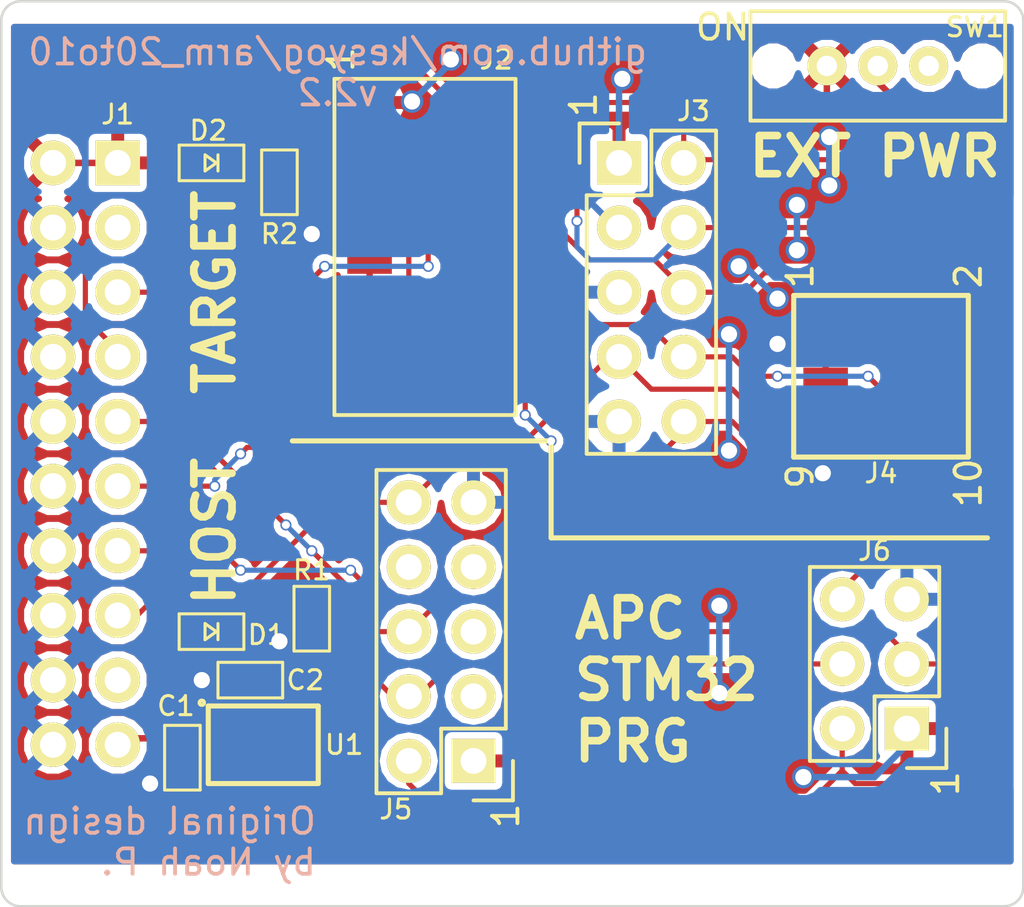
<source format=kicad_pcb>
(kicad_pcb (version 4) (host pcbnew 4.0.2-stable)

  (general
    (links 0)
    (no_connects 0)
    (area 112.657429 88.849999 156.800334 124.507001)
    (thickness 1.6)
    (drawings 33)
    (tracks 275)
    (zones 0)
    (modules 14)
    (nets 27)
  )

  (page USLetter)
  (layers
    (0 F.Cu signal)
    (31 B.Cu signal)
    (32 B.Adhes user)
    (33 F.Adhes user)
    (34 B.Paste user)
    (35 F.Paste user)
    (36 B.SilkS user)
    (37 F.SilkS user)
    (38 B.Mask user)
    (39 F.Mask user)
    (40 Dwgs.User user)
    (41 Cmts.User user)
    (42 Eco1.User user)
    (43 Eco2.User user)
    (44 Edge.Cuts user)
  )

  (setup
    (last_trace_width 0.2032)
    (user_trace_width 0.35)
    (trace_clearance 0.2032)
    (zone_clearance 0.26)
    (zone_45_only no)
    (trace_min 0.16)
    (segment_width 0.2)
    (edge_width 0.1)
    (via_size 0.434)
    (via_drill 0.31)
    (via_min_size 0.31)
    (via_min_drill 0.31)
    (user_via 0.508 0.33)
    (uvia_size 0.508)
    (uvia_drill 0.127)
    (uvias_allowed no)
    (uvia_min_size 0.508)
    (uvia_min_drill 0.127)
    (pcb_text_width 0.3)
    (pcb_text_size 1.5 1.5)
    (mod_edge_width 0.15)
    (mod_text_size 1 1)
    (mod_text_width 0.15)
    (pad_size 1.5 1.5)
    (pad_drill 1.5)
    (pad_to_mask_clearance 0)
    (aux_axis_origin 0 0)
    (visible_elements 7FFEFF3F)
    (pcbplotparams
      (layerselection 0x010fc_80000001)
      (usegerberextensions true)
      (excludeedgelayer true)
      (linewidth 0.150000)
      (plotframeref false)
      (viasonmask false)
      (mode 1)
      (useauxorigin false)
      (hpglpennumber 1)
      (hpglpenspeed 20)
      (hpglpendiameter 15)
      (hpglpenoverlay 2)
      (psnegative false)
      (psa4output false)
      (plotreference true)
      (plotvalue true)
      (plotinvisibletext false)
      (padsonsilk false)
      (subtractmaskfromsilk false)
      (outputformat 1)
      (mirror false)
      (drillshape 0)
      (scaleselection 1)
      (outputdirectory gerbers/))
  )

  (net 0 "")
  (net 1 /5V)
  (net 2 /NRST)
  (net 3 /RTCK)
  (net 4 /SWO/TDO)
  (net 5 /TCLK/SWCLK)
  (net 6 /TDI)
  (net 7 /TMS/SWDIO)
  (net 8 /VCC)
  (net 9 GND)
  (net 10 /TRST)
  (net 11 "Net-(J1-Pad17)")
  (net 12 "Net-(SW1-Pad1)")
  (net 13 "Net-(U1-Pad4)")
  (net 14 "Net-(D1-Pad1)")
  (net 15 "Net-(D2-Pad1)")
  (net 16 "Net-(J2-Pad20)")
  (net 17 "Net-(J2-Pad18)")
  (net 18 "Net-(J2-Pad16)")
  (net 19 "Net-(J2-Pad14)")
  (net 20 "Net-(J2-Pad12)")
  (net 21 "Net-(J2-Pad7)")
  (net 22 "Net-(J5-Pad3)")
  (net 23 "Net-(J5-Pad5)")
  (net 24 "Net-(J5-Pad7)")
  (net 25 "Net-(J5-Pad8)")
  (net 26 /LDO_OUT)

  (net_class Default "This is the default net class."
    (clearance 0.2032)
    (trace_width 0.2032)
    (via_dia 0.434)
    (via_drill 0.31)
    (uvia_dia 0.508)
    (uvia_drill 0.127)
    (add_net /NRST)
    (add_net /RTCK)
    (add_net /SWO/TDO)
    (add_net /TCLK/SWCLK)
    (add_net /TDI)
    (add_net /TMS/SWDIO)
    (add_net /TRST)
    (add_net "Net-(D1-Pad1)")
    (add_net "Net-(D2-Pad1)")
    (add_net "Net-(J1-Pad17)")
    (add_net "Net-(J2-Pad12)")
    (add_net "Net-(J2-Pad14)")
    (add_net "Net-(J2-Pad16)")
    (add_net "Net-(J2-Pad18)")
    (add_net "Net-(J2-Pad20)")
    (add_net "Net-(J2-Pad7)")
    (add_net "Net-(J5-Pad3)")
    (add_net "Net-(J5-Pad5)")
    (add_net "Net-(J5-Pad7)")
    (add_net "Net-(J5-Pad8)")
    (add_net "Net-(SW1-Pad1)")
    (add_net "Net-(U1-Pad4)")
  )

  (net_class Power ""
    (clearance 0.254)
    (trace_width 0.254)
    (via_dia 0.889)
    (via_drill 0.635)
    (uvia_dia 0.508)
    (uvia_drill 0.127)
    (add_net /5V)
    (add_net /LDO_OUT)
    (add_net /VCC)
    (add_net GND)
  )

  (module kicadlib:SMD_0603_C (layer F.Cu) (tedit 5720E153) (tstamp 5720E950)
    (at 123.19 119.38 270)
    (path /531B43FC)
    (attr smd)
    (fp_text reference C1 (at -2.794 0.254 360) (layer F.SilkS)
      (effects (font (size 0.75 0.75) (thickness 0.12)))
    )
    (fp_text value 1.0uF (at -0.508 1.27 270) (layer F.Fab) hide
      (effects (font (size 0.75 0.75) (thickness 0.12)))
    )
    (fp_line (start 0.508 -0.6985) (end 0.508 0.6985) (layer F.SilkS) (width 0.12))
    (fp_line (start -2.032 -0.6985) (end -2.032 0.6985) (layer F.SilkS) (width 0.12))
    (fp_line (start -2.032 -0.6985) (end 0.508 -0.6985) (layer F.SilkS) (width 0.12))
    (fp_line (start 0.508 0.6985) (end -2.032 0.6985) (layer F.SilkS) (width 0.12))
    (pad 1 smd rect (at -1.524 0 270) (size 0.5 0.9) (layers F.Cu F.Paste F.Mask)
      (net 1 /5V))
    (pad 2 smd rect (at 0 0 270) (size 0.5 0.9) (layers F.Cu F.Paste F.Mask)
      (net 9 GND))
    (model Capacitors_SMD.3dshapes/C_0603.wrl
      (at (xyz -0.029528 0 0))
      (scale (xyz 1 1 1))
      (rotate (xyz 0 0 0))
    )
  )

  (module kicadlib:SMD_0603_C (layer F.Cu) (tedit 5720E0F4) (tstamp 5720E95A)
    (at 125.095 115.57 180)
    (path /52FC3072)
    (attr smd)
    (fp_text reference C2 (at -2.921 0 180) (layer F.SilkS)
      (effects (font (size 0.75 0.75) (thickness 0.12)))
    )
    (fp_text value 1.0uF (at -0.508 1.27 180) (layer F.Fab) hide
      (effects (font (size 0.75 0.75) (thickness 0.12)))
    )
    (fp_line (start 0.508 -0.6985) (end 0.508 0.6985) (layer F.SilkS) (width 0.12))
    (fp_line (start -2.032 -0.6985) (end -2.032 0.6985) (layer F.SilkS) (width 0.12))
    (fp_line (start -2.032 -0.6985) (end 0.508 -0.6985) (layer F.SilkS) (width 0.12))
    (fp_line (start 0.508 0.6985) (end -2.032 0.6985) (layer F.SilkS) (width 0.12))
    (pad 1 smd rect (at -1.524 0 180) (size 0.5 0.9) (layers F.Cu F.Paste F.Mask)
      (net 26 /LDO_OUT))
    (pad 2 smd rect (at 0 0 180) (size 0.5 0.9) (layers F.Cu F.Paste F.Mask)
      (net 9 GND))
    (model Capacitors_SMD.3dshapes/C_0603.wrl
      (at (xyz -0.029528 0 0))
      (scale (xyz 1 1 1))
      (rotate (xyz 0 0 0))
    )
  )

  (module kicadlib:SMD_0603_LED (layer F.Cu) (tedit 5720FD00) (tstamp 5720E968)
    (at 125.095 113.665)
    (path /531B42E2)
    (attr smd)
    (fp_text reference D1 (at 1.397 0.127) (layer F.SilkS)
      (effects (font (size 0.75 0.75) (thickness 0.12)))
    )
    (fp_text value LED (at -0.508 1.27) (layer F.Fab) hide
      (effects (font (size 0.75 0.75) (thickness 0.12)))
    )
    (fp_line (start -0.508 -0.3175) (end -0.508 0.3175) (layer F.SilkS) (width 0.12))
    (fp_line (start -1.016 0.3175) (end -0.5715 0) (layer F.SilkS) (width 0.12))
    (fp_line (start -0.5715 0) (end -1.016 -0.3175) (layer F.SilkS) (width 0.12))
    (fp_line (start -1.016 -0.3175) (end -1.016 0.3175) (layer F.SilkS) (width 0.12))
    (fp_line (start 0.508 -0.6985) (end 0.508 0.6985) (layer F.SilkS) (width 0.12))
    (fp_line (start -2.032 -0.6985) (end -2.032 0.6985) (layer F.SilkS) (width 0.12))
    (fp_line (start -2.032 0.6985) (end 0.508 0.6985) (layer F.SilkS) (width 0.12))
    (fp_line (start 0.508 -0.6985) (end -2.032 -0.6985) (layer F.SilkS) (width 0.12))
    (pad 2 smd rect (at -1.524 0) (size 0.5 0.9) (layers F.Cu F.Paste F.Mask)
      (net 1 /5V))
    (pad 1 smd rect (at 0 0) (size 0.5 0.9) (layers F.Cu F.Paste F.Mask)
      (net 14 "Net-(D1-Pad1)"))
    (model LEDs.3dshapes/LED-0805.wrl
      (at (xyz -0.034 0 0))
      (scale (xyz 0.75 0.5 0.5))
      (rotate (xyz 0 0 0))
    )
  )

  (module kicadlib:SMD_0603_LED (layer F.Cu) (tedit 5720F8FD) (tstamp 5720E976)
    (at 125.095 95.25)
    (path /531B4083)
    (attr smd)
    (fp_text reference D2 (at -0.889 -1.27) (layer F.SilkS)
      (effects (font (size 0.75 0.75) (thickness 0.12)))
    )
    (fp_text value LED (at -0.508 1.27) (layer F.Fab) hide
      (effects (font (size 0.75 0.75) (thickness 0.12)))
    )
    (fp_line (start -0.508 -0.3175) (end -0.508 0.3175) (layer F.SilkS) (width 0.12))
    (fp_line (start -1.016 0.3175) (end -0.5715 0) (layer F.SilkS) (width 0.12))
    (fp_line (start -0.5715 0) (end -1.016 -0.3175) (layer F.SilkS) (width 0.12))
    (fp_line (start -1.016 -0.3175) (end -1.016 0.3175) (layer F.SilkS) (width 0.12))
    (fp_line (start 0.508 -0.6985) (end 0.508 0.6985) (layer F.SilkS) (width 0.12))
    (fp_line (start -2.032 -0.6985) (end -2.032 0.6985) (layer F.SilkS) (width 0.12))
    (fp_line (start -2.032 0.6985) (end 0.508 0.6985) (layer F.SilkS) (width 0.12))
    (fp_line (start 0.508 -0.6985) (end -2.032 -0.6985) (layer F.SilkS) (width 0.12))
    (pad 2 smd rect (at -1.524 0) (size 0.5 0.9) (layers F.Cu F.Paste F.Mask)
      (net 8 /VCC))
    (pad 1 smd rect (at 0 0) (size 0.5 0.9) (layers F.Cu F.Paste F.Mask)
      (net 15 "Net-(D2-Pad1)"))
    (model LEDs.3dshapes/LED-0805.wrl
      (at (xyz -0.034 0 0))
      (scale (xyz 0.75 0.5 0.5))
      (rotate (xyz 0 0 0))
    )
  )

  (module kicadlib:ARM_20_PIN_TH_RIGHTANGLE (layer F.Cu) (tedit 563F46E1) (tstamp 5720E98E)
    (at 120.65 95.25)
    (path /52E9849C)
    (attr smd)
    (fp_text reference J1 (at 0 -1.905) (layer F.SilkS)
      (effects (font (size 0.75 0.75) (thickness 0.12)))
    )
    (fp_text value SFH11-PBPC-D10-RA-BK (at 0 24.765) (layer F.Fab)
      (effects (font (size 0.75 0.75) (thickness 0.12)))
    )
    (pad 1 thru_hole rect (at 0 0) (size 1.75 1.75) (drill 1.02) (layers *.Cu *.Mask F.SilkS)
      (net 8 /VCC))
    (pad 2 thru_hole circle (at -2.54 0) (size 1.75 1.75) (drill 1.02) (layers *.Cu *.Mask F.SilkS)
      (net 8 /VCC))
    (pad 3 thru_hole circle (at 0 2.54) (size 1.75 1.75) (drill 1.02) (layers *.Cu *.Mask F.SilkS)
      (net 10 /TRST))
    (pad 4 thru_hole circle (at -2.54 2.54) (size 1.75 1.75) (drill 1.02) (layers *.Cu *.Mask F.SilkS)
      (net 9 GND))
    (pad 5 thru_hole circle (at 0 5.08) (size 1.75 1.75) (drill 1.02) (layers *.Cu *.Mask F.SilkS)
      (net 6 /TDI))
    (pad 6 thru_hole circle (at -2.54 5.08) (size 1.75 1.75) (drill 1.02) (layers *.Cu *.Mask F.SilkS)
      (net 9 GND))
    (pad 7 thru_hole circle (at 0 7.62) (size 1.75 1.75) (drill 1.02) (layers *.Cu *.Mask F.SilkS)
      (net 7 /TMS/SWDIO))
    (pad 8 thru_hole circle (at -2.54 7.62) (size 1.75 1.75) (drill 1.02) (layers *.Cu *.Mask F.SilkS)
      (net 9 GND))
    (pad 9 thru_hole circle (at 0 10.16) (size 1.75 1.75) (drill 1.02) (layers *.Cu *.Mask F.SilkS)
      (net 5 /TCLK/SWCLK))
    (pad 10 thru_hole circle (at -2.54 10.16) (size 1.75 1.75) (drill 1.02) (layers *.Cu *.Mask F.SilkS)
      (net 9 GND))
    (pad 11 thru_hole circle (at 0 12.7) (size 1.75 1.75) (drill 1.02) (layers *.Cu *.Mask F.SilkS)
      (net 3 /RTCK))
    (pad 12 thru_hole circle (at -2.54 12.7) (size 1.75 1.75) (drill 1.02) (layers *.Cu *.Mask F.SilkS)
      (net 9 GND))
    (pad 13 thru_hole circle (at 0 15.24) (size 1.75 1.75) (drill 1.02) (layers *.Cu *.Mask F.SilkS)
      (net 4 /SWO/TDO))
    (pad 14 thru_hole circle (at -2.54 15.24) (size 1.75 1.75) (drill 1.02) (layers *.Cu *.Mask F.SilkS)
      (net 9 GND))
    (pad 15 thru_hole circle (at 0 17.78) (size 1.75 1.75) (drill 1.02) (layers *.Cu *.Mask F.SilkS)
      (net 2 /NRST))
    (pad 16 thru_hole circle (at -2.54 17.78) (size 1.75 1.75) (drill 1.02) (layers *.Cu *.Mask F.SilkS)
      (net 9 GND))
    (pad 17 thru_hole circle (at 0 20.32) (size 1.75 1.75) (drill 1.02) (layers *.Cu *.Mask F.SilkS)
      (net 11 "Net-(J1-Pad17)"))
    (pad 18 thru_hole circle (at -2.54 20.32) (size 1.75 1.75) (drill 1.02) (layers *.Cu *.Mask F.SilkS)
      (net 9 GND))
    (pad 19 thru_hole circle (at 0 22.86) (size 1.75 1.75) (drill 1.02) (layers *.Cu *.Mask F.SilkS)
      (net 1 /5V))
    (pad 20 thru_hole circle (at -2.54 22.86) (size 1.75 1.75) (drill 1.02) (layers *.Cu *.Mask F.SilkS)
      (net 9 GND))
    (model ${KIPRJMOD}/kicadlib/kicadlib.pretty/models/ARM_20_PIN_TH_RIGHTANGLE.wrl
      (at (xyz -0.55 -0.9 0))
      (scale (xyz 0.389 0.45 0.45))
      (rotate (xyz -90 0 270))
    )
  )

  (module kicadlib:ARM_20_PIN_SMT (layer F.Cu) (tedit 5721035E) (tstamp 5720E9AE)
    (at 132.715 98.552 270)
    (path /571FF633)
    (attr smd)
    (fp_text reference J2 (at -7.366 -2.794 360) (layer F.SilkS)
      (effects (font (size 0.75 0.75) (thickness 0.12)))
    )
    (fp_text value CONN_02X10 (at 0 4 270) (layer F.Fab) hide
      (effects (font (size 0.75 0.75) (thickness 0.12)))
    )
    (fp_text user 1 (at -7.366 3.302 270) (layer F.SilkS)
      (effects (font (size 1 1) (thickness 0.15)))
    )
    (fp_line (start -6.604 -3.556) (end 6.604 -3.556) (layer F.SilkS) (width 0.15))
    (fp_line (start 6.604 -3.556) (end 6.604 3.556) (layer F.SilkS) (width 0.15))
    (fp_line (start 6.604 3.556) (end -6.604 3.556) (layer F.SilkS) (width 0.15))
    (fp_line (start -6.604 3.556) (end -6.604 -3.556) (layer F.SilkS) (width 0.15))
    (pad 20 smd rect (at 5.755 -2.175 270) (size 0.76 1.75) (layers F.Cu F.Paste F.Mask)
      (net 16 "Net-(J2-Pad20)"))
    (pad 19 smd rect (at 5.755 2.175 270) (size 0.76 1.75) (layers F.Cu F.Paste F.Mask)
      (net 9 GND))
    (pad 18 smd rect (at 4.485 -2.175 270) (size 0.76 1.75) (layers F.Cu F.Paste F.Mask)
      (net 17 "Net-(J2-Pad18)"))
    (pad 17 smd rect (at 4.485 2.175 270) (size 0.76 1.75) (layers F.Cu F.Paste F.Mask)
      (net 9 GND))
    (pad 16 smd rect (at 3.215 -2.175 270) (size 0.76 1.75) (layers F.Cu F.Paste F.Mask)
      (net 18 "Net-(J2-Pad16)"))
    (pad 15 smd rect (at 3.215 2.175 270) (size 0.76 1.75) (layers F.Cu F.Paste F.Mask)
      (net 9 GND))
    (pad 14 smd rect (at 1.945 -2.175 270) (size 0.76 1.75) (layers F.Cu F.Paste F.Mask)
      (net 19 "Net-(J2-Pad14)"))
    (pad 13 smd rect (at 1.945 2.175 270) (size 0.76 1.75) (layers F.Cu F.Paste F.Mask)
      (net 9 GND))
    (pad 12 smd rect (at 0.675 -2.175 270) (size 0.76 1.75) (layers F.Cu F.Paste F.Mask)
      (net 20 "Net-(J2-Pad12)"))
    (pad 11 smd rect (at 0.675 2.175 270) (size 0.76 1.75) (layers F.Cu F.Paste F.Mask)
      (net 9 GND))
    (pad 1 smd oval (at -5.675 2.175 270) (size 0.76 1.75) (layers F.Cu F.Paste F.Mask)
      (net 8 /VCC))
    (pad 2 smd rect (at -5.675 -2.175 270) (size 0.76 1.75) (layers F.Cu F.Paste F.Mask)
      (net 7 /TMS/SWDIO))
    (pad 3 smd rect (at -4.405 2.175 270) (size 0.76 1.75) (layers F.Cu F.Paste F.Mask)
      (net 9 GND))
    (pad 4 smd rect (at -4.405 -2.175 270) (size 0.76 1.75) (layers F.Cu F.Paste F.Mask)
      (net 5 /TCLK/SWCLK))
    (pad 5 smd rect (at -3.135 2.175 270) (size 0.76 1.75) (layers F.Cu F.Paste F.Mask)
      (net 9 GND))
    (pad 6 smd rect (at -3.135 -2.175 270) (size 0.76 1.75) (layers F.Cu F.Paste F.Mask)
      (net 4 /SWO/TDO))
    (pad 7 smd rect (at -1.865 2.175 270) (size 0.76 1.75) (layers F.Cu F.Paste F.Mask)
      (net 21 "Net-(J2-Pad7)"))
    (pad 8 smd rect (at -1.865 -2.175 270) (size 0.76 1.75) (layers F.Cu F.Paste F.Mask)
      (net 6 /TDI))
    (pad 9 smd rect (at -0.595 2.175 270) (size 0.76 1.75) (layers F.Cu F.Paste F.Mask)
      (net 9 GND))
    (pad 10 smd rect (at -0.595 -2.175 270) (size 0.76 1.75) (layers F.Cu F.Paste F.Mask)
      (net 2 /NRST))
  )

  (module Pin_Headers:Pin_Header_Straight_2x05 (layer F.Cu) (tedit 57210363) (tstamp 5720E9BC)
    (at 140.335 95.25)
    (descr "Through hole pin header")
    (tags "pin header")
    (path /571FC380)
    (attr smd)
    (fp_text reference J3 (at 2.921 -2.032) (layer F.SilkS)
      (effects (font (size 0.75 0.75) (thickness 0.12)))
    )
    (fp_text value CONN_02X05 (at 0 -3.1) (layer F.Fab)
      (effects (font (size 1 1) (thickness 0.15)))
    )
    (fp_line (start -1.75 -1.75) (end -1.75 11.95) (layer F.CrtYd) (width 0.05))
    (fp_line (start 4.3 -1.75) (end 4.3 11.95) (layer F.CrtYd) (width 0.05))
    (fp_line (start -1.75 -1.75) (end 4.3 -1.75) (layer F.CrtYd) (width 0.05))
    (fp_line (start -1.75 11.95) (end 4.3 11.95) (layer F.CrtYd) (width 0.05))
    (fp_line (start 3.81 -1.27) (end 3.81 11.43) (layer F.SilkS) (width 0.15))
    (fp_line (start 3.81 11.43) (end -1.27 11.43) (layer F.SilkS) (width 0.15))
    (fp_line (start -1.27 11.43) (end -1.27 1.27) (layer F.SilkS) (width 0.15))
    (fp_line (start 3.81 -1.27) (end 1.27 -1.27) (layer F.SilkS) (width 0.15))
    (fp_line (start 0 -1.55) (end -1.55 -1.55) (layer F.SilkS) (width 0.15))
    (fp_line (start 1.27 -1.27) (end 1.27 1.27) (layer F.SilkS) (width 0.15))
    (fp_line (start 1.27 1.27) (end -1.27 1.27) (layer F.SilkS) (width 0.15))
    (fp_line (start -1.55 -1.55) (end -1.55 0) (layer F.SilkS) (width 0.15))
    (pad 1 thru_hole rect (at 0 0) (size 1.7272 1.7272) (drill 1.016) (layers *.Cu *.Mask F.SilkS)
      (net 8 /VCC))
    (pad 2 thru_hole oval (at 2.54 0) (size 1.7272 1.7272) (drill 1.016) (layers *.Cu *.Mask F.SilkS)
      (net 7 /TMS/SWDIO))
    (pad 3 thru_hole oval (at 0 2.54) (size 1.7272 1.7272) (drill 1.016) (layers *.Cu *.Mask F.SilkS)
      (net 9 GND))
    (pad 4 thru_hole oval (at 2.54 2.54) (size 1.7272 1.7272) (drill 1.016) (layers *.Cu *.Mask F.SilkS)
      (net 5 /TCLK/SWCLK))
    (pad 5 thru_hole oval (at 0 5.08) (size 1.7272 1.7272) (drill 1.016) (layers *.Cu *.Mask F.SilkS)
      (net 9 GND))
    (pad 6 thru_hole oval (at 2.54 5.08) (size 1.7272 1.7272) (drill 1.016) (layers *.Cu *.Mask F.SilkS)
      (net 4 /SWO/TDO))
    (pad 7 thru_hole oval (at 0 7.62) (size 1.7272 1.7272) (drill 1.016) (layers *.Cu *.Mask F.SilkS)
      (net 3 /RTCK))
    (pad 8 thru_hole oval (at 2.54 7.62) (size 1.7272 1.7272) (drill 1.016) (layers *.Cu *.Mask F.SilkS)
      (net 6 /TDI))
    (pad 9 thru_hole oval (at 0 10.16) (size 1.7272 1.7272) (drill 1.016) (layers *.Cu *.Mask F.SilkS)
      (net 9 GND))
    (pad 10 thru_hole oval (at 2.54 10.16) (size 1.7272 1.7272) (drill 1.016) (layers *.Cu *.Mask F.SilkS)
      (net 2 /NRST))
    (model Pin_Headers.3dshapes/Pin_Header_Straight_2x05.wrl
      (at (xyz 0.05 -0.2 0))
      (scale (xyz 1 1 1))
      (rotate (xyz 0 0 90))
    )
  )

  (module kicadlib:ARM_10_PIN_SMT (layer F.Cu) (tedit 5720FE50) (tstamp 5720E9CA)
    (at 150.622 103.632 270)
    (path /571FE37F)
    (attr smd)
    (fp_text reference J4 (at 3.81 0 360) (layer F.SilkS)
      (effects (font (size 0.75 0.75) (thickness 0.12)))
    )
    (fp_text value CONN_02X05 (at 0 4 270) (layer F.Fab) hide
      (effects (font (size 0.75 0.75) (thickness 0.12)))
    )
    (pad 1 smd oval (at -2.5 2.175 270) (size 0.76 1.75) (layers F.Cu F.Paste F.Mask)
      (net 8 /VCC))
    (pad 2 smd rect (at -2.5 -2.175 270) (size 0.76 1.75) (layers F.Cu F.Paste F.Mask)
      (net 7 /TMS/SWDIO))
    (pad 3 smd rect (at -1.23 2.175 270) (size 0.76 1.75) (layers F.Cu F.Paste F.Mask)
      (net 9 GND))
    (pad 4 smd rect (at -1.23 -2.175 270) (size 0.76 1.75) (layers F.Cu F.Paste F.Mask)
      (net 5 /TCLK/SWCLK))
    (pad 5 smd rect (at 0.04 2.175 270) (size 0.76 1.75) (layers F.Cu F.Paste F.Mask)
      (net 9 GND))
    (pad 6 smd rect (at 0.04 -2.175 270) (size 0.76 1.75) (layers F.Cu F.Paste F.Mask)
      (net 4 /SWO/TDO))
    (pad 7 smd rect (at 1.31 2.175 270) (size 0.76 1.75) (layers F.Cu F.Paste F.Mask)
      (net 3 /RTCK))
    (pad 8 smd rect (at 1.31 -2.175 270) (size 0.76 1.75) (layers F.Cu F.Paste F.Mask)
      (net 6 /TDI))
    (pad 9 smd rect (at 2.58 2.175 270) (size 0.76 1.75) (layers F.Cu F.Paste F.Mask)
      (net 9 GND))
    (pad 10 smd rect (at 2.58 -2.175 270) (size 0.76 1.75) (layers F.Cu F.Paste F.Mask)
      (net 2 /NRST))
  )

  (module Pin_Headers:Pin_Header_Straight_2x05 (layer F.Cu) (tedit 5721037E) (tstamp 5720E9D8)
    (at 134.62 118.745 180)
    (descr "Through hole pin header")
    (tags "pin header")
    (path /5720052D)
    (attr smd)
    (fp_text reference J5 (at 3.048 -1.905 180) (layer F.SilkS)
      (effects (font (size 0.75 0.75) (thickness 0.12)))
    )
    (fp_text value CONN_02X05 (at 0 -3.1 180) (layer F.Fab)
      (effects (font (size 1 1) (thickness 0.15)))
    )
    (fp_line (start -1.75 -1.75) (end -1.75 11.95) (layer F.CrtYd) (width 0.05))
    (fp_line (start 4.3 -1.75) (end 4.3 11.95) (layer F.CrtYd) (width 0.05))
    (fp_line (start -1.75 -1.75) (end 4.3 -1.75) (layer F.CrtYd) (width 0.05))
    (fp_line (start -1.75 11.95) (end 4.3 11.95) (layer F.CrtYd) (width 0.05))
    (fp_line (start 3.81 -1.27) (end 3.81 11.43) (layer F.SilkS) (width 0.15))
    (fp_line (start 3.81 11.43) (end -1.27 11.43) (layer F.SilkS) (width 0.15))
    (fp_line (start -1.27 11.43) (end -1.27 1.27) (layer F.SilkS) (width 0.15))
    (fp_line (start 3.81 -1.27) (end 1.27 -1.27) (layer F.SilkS) (width 0.15))
    (fp_line (start 0 -1.55) (end -1.55 -1.55) (layer F.SilkS) (width 0.15))
    (fp_line (start 1.27 -1.27) (end 1.27 1.27) (layer F.SilkS) (width 0.15))
    (fp_line (start 1.27 1.27) (end -1.27 1.27) (layer F.SilkS) (width 0.15))
    (fp_line (start -1.55 -1.55) (end -1.55 0) (layer F.SilkS) (width 0.15))
    (pad 1 thru_hole rect (at 0 0 180) (size 1.7272 1.7272) (drill 1.016) (layers *.Cu *.Mask F.SilkS)
      (net 8 /VCC))
    (pad 2 thru_hole oval (at 2.54 0 180) (size 1.7272 1.7272) (drill 1.016) (layers *.Cu *.Mask F.SilkS)
      (net 7 /TMS/SWDIO))
    (pad 3 thru_hole oval (at 0 2.54 180) (size 1.7272 1.7272) (drill 1.016) (layers *.Cu *.Mask F.SilkS)
      (net 22 "Net-(J5-Pad3)"))
    (pad 4 thru_hole oval (at 2.54 2.54 180) (size 1.7272 1.7272) (drill 1.016) (layers *.Cu *.Mask F.SilkS)
      (net 5 /TCLK/SWCLK))
    (pad 5 thru_hole oval (at 0 5.08 180) (size 1.7272 1.7272) (drill 1.016) (layers *.Cu *.Mask F.SilkS)
      (net 23 "Net-(J5-Pad5)"))
    (pad 6 thru_hole oval (at 2.54 5.08 180) (size 1.7272 1.7272) (drill 1.016) (layers *.Cu *.Mask F.SilkS)
      (net 4 /SWO/TDO))
    (pad 7 thru_hole oval (at 0 7.62 180) (size 1.7272 1.7272) (drill 1.016) (layers *.Cu *.Mask F.SilkS)
      (net 24 "Net-(J5-Pad7)"))
    (pad 8 thru_hole oval (at 2.54 7.62 180) (size 1.7272 1.7272) (drill 1.016) (layers *.Cu *.Mask F.SilkS)
      (net 25 "Net-(J5-Pad8)"))
    (pad 9 thru_hole oval (at 0 10.16 180) (size 1.7272 1.7272) (drill 1.016) (layers *.Cu *.Mask F.SilkS)
      (net 9 GND))
    (pad 10 thru_hole oval (at 2.54 10.16 180) (size 1.7272 1.7272) (drill 1.016) (layers *.Cu *.Mask F.SilkS)
      (net 2 /NRST))
    (model Pin_Headers.3dshapes/Pin_Header_Straight_2x05.wrl
      (at (xyz 0.05 -0.2 0))
      (scale (xyz 1 1 1))
      (rotate (xyz 0 0 90))
    )
  )

  (module Pin_Headers:Pin_Header_Straight_2x03 (layer F.Cu) (tedit 5720FF8A) (tstamp 5720E9E2)
    (at 151.638 117.475 180)
    (descr "Through hole pin header")
    (tags "pin header")
    (path /571FBC9B)
    (attr smd)
    (fp_text reference J6 (at 1.27 6.985 180) (layer F.SilkS)
      (effects (font (size 0.75 0.75) (thickness 0.12)))
    )
    (fp_text value CONN_02X03 (at 0 -3.1 180) (layer F.Fab)
      (effects (font (size 1 1) (thickness 0.15)))
    )
    (fp_line (start -1.27 1.27) (end -1.27 6.35) (layer F.SilkS) (width 0.15))
    (fp_line (start -1.55 -1.55) (end 0 -1.55) (layer F.SilkS) (width 0.15))
    (fp_line (start -1.75 -1.75) (end -1.75 6.85) (layer F.CrtYd) (width 0.05))
    (fp_line (start 4.3 -1.75) (end 4.3 6.85) (layer F.CrtYd) (width 0.05))
    (fp_line (start -1.75 -1.75) (end 4.3 -1.75) (layer F.CrtYd) (width 0.05))
    (fp_line (start -1.75 6.85) (end 4.3 6.85) (layer F.CrtYd) (width 0.05))
    (fp_line (start 1.27 -1.27) (end 1.27 1.27) (layer F.SilkS) (width 0.15))
    (fp_line (start 1.27 1.27) (end -1.27 1.27) (layer F.SilkS) (width 0.15))
    (fp_line (start -1.27 6.35) (end 3.81 6.35) (layer F.SilkS) (width 0.15))
    (fp_line (start 3.81 6.35) (end 3.81 1.27) (layer F.SilkS) (width 0.15))
    (fp_line (start -1.55 -1.55) (end -1.55 0) (layer F.SilkS) (width 0.15))
    (fp_line (start 3.81 -1.27) (end 1.27 -1.27) (layer F.SilkS) (width 0.15))
    (fp_line (start 3.81 1.27) (end 3.81 -1.27) (layer F.SilkS) (width 0.15))
    (pad 1 thru_hole rect (at 0 0 180) (size 1.7272 1.7272) (drill 1.016) (layers *.Cu *.Mask F.SilkS)
      (net 8 /VCC))
    (pad 2 thru_hole oval (at 2.54 0 180) (size 1.7272 1.7272) (drill 1.016) (layers *.Cu *.Mask F.SilkS)
      (net 7 /TMS/SWDIO))
    (pad 3 thru_hole oval (at 0 2.54 180) (size 1.7272 1.7272) (drill 1.016) (layers *.Cu *.Mask F.SilkS)
      (net 4 /SWO/TDO))
    (pad 4 thru_hole oval (at 2.54 2.54 180) (size 1.7272 1.7272) (drill 1.016) (layers *.Cu *.Mask F.SilkS)
      (net 5 /TCLK/SWCLK))
    (pad 5 thru_hole oval (at 0 5.08 180) (size 1.7272 1.7272) (drill 1.016) (layers *.Cu *.Mask F.SilkS)
      (net 9 GND))
    (pad 6 thru_hole oval (at 2.54 5.08 180) (size 1.7272 1.7272) (drill 1.016) (layers *.Cu *.Mask F.SilkS)
      (net 2 /NRST))
    (model Pin_Headers.3dshapes/Pin_Header_Straight_2x03.wrl
      (at (xyz 0.05 -0.1 0))
      (scale (xyz 1 1 1))
      (rotate (xyz 0 0 90))
    )
  )

  (module kicadlib:SMD_0603_R (layer F.Cu) (tedit 5720FCFA) (tstamp 5720E9EC)
    (at 128.27 112.395 90)
    (path /531B42E8)
    (attr smd)
    (fp_text reference R1 (at 1.143 0 180) (layer F.SilkS)
      (effects (font (size 0.75 0.75) (thickness 0.12)))
    )
    (fp_text value 1K (at -0.508 1.27 90) (layer F.Fab) hide
      (effects (font (size 0.75 0.75) (thickness 0.12)))
    )
    (fp_line (start 0.508 -0.6985) (end 0.508 0.6985) (layer F.SilkS) (width 0.12))
    (fp_line (start -2.032 -0.6985) (end -2.032 0.6985) (layer F.SilkS) (width 0.12))
    (fp_line (start -2.032 -0.6985) (end 0.508 -0.6985) (layer F.SilkS) (width 0.12))
    (fp_line (start 0.508 0.6985) (end -2.032 0.6985) (layer F.SilkS) (width 0.12))
    (pad 1 smd rect (at -1.524 0 90) (size 0.5 0.9) (layers F.Cu F.Paste F.Mask)
      (net 9 GND))
    (pad 2 smd rect (at 0 0 90) (size 0.5 0.9) (layers F.Cu F.Paste F.Mask)
      (net 14 "Net-(D1-Pad1)"))
    (model Resistors_SMD.3dshapes/R_0603.wrl
      (at (xyz -0.029528 0 0))
      (scale (xyz 1 1 1))
      (rotate (xyz 0 0 0))
    )
  )

  (module kicadlib:SMD_0603_R (layer F.Cu) (tedit 5720F8FA) (tstamp 5720E9F6)
    (at 127 95.25 90)
    (path /531B40CC)
    (attr smd)
    (fp_text reference R2 (at -2.794 0 180) (layer F.SilkS)
      (effects (font (size 0.75 0.75) (thickness 0.12)))
    )
    (fp_text value 500R (at -0.508 1.27 90) (layer F.Fab) hide
      (effects (font (size 0.75 0.75) (thickness 0.12)))
    )
    (fp_line (start 0.508 -0.6985) (end 0.508 0.6985) (layer F.SilkS) (width 0.12))
    (fp_line (start -2.032 -0.6985) (end -2.032 0.6985) (layer F.SilkS) (width 0.12))
    (fp_line (start -2.032 -0.6985) (end 0.508 -0.6985) (layer F.SilkS) (width 0.12))
    (fp_line (start 0.508 0.6985) (end -2.032 0.6985) (layer F.SilkS) (width 0.12))
    (pad 1 smd rect (at -1.524 0 90) (size 0.5 0.9) (layers F.Cu F.Paste F.Mask)
      (net 9 GND))
    (pad 2 smd rect (at 0 0 90) (size 0.5 0.9) (layers F.Cu F.Paste F.Mask)
      (net 15 "Net-(D2-Pad1)"))
    (model Resistors_SMD.3dshapes/R_0603.wrl
      (at (xyz -0.029528 0 0))
      (scale (xyz 1 1 1))
      (rotate (xyz 0 0 0))
    )
  )

  (module kicadlib:SS-12D07-VG-kes (layer F.Cu) (tedit 572223DE) (tstamp 5720EA03)
    (at 150.495 91.44 180)
    (path /52FC3911)
    (attr smd)
    (fp_text reference SW1 (at -3.81 1.524 180) (layer F.SilkS)
      (effects (font (size 0.75 0.75) (thickness 0.12)))
    )
    (fp_text value SS-12D07-VG (at 0.3 -2.8 180) (layer F.Fab)
      (effects (font (size 1 1) (thickness 0.15)))
    )
    (fp_line (start -5 -2.15) (end 5 -2.15) (layer F.SilkS) (width 0.15))
    (fp_line (start 5 -2.15) (end 5 2.15) (layer F.SilkS) (width 0.15))
    (fp_line (start 5 2.15) (end -5 2.15) (layer F.SilkS) (width 0.15))
    (fp_line (start -5 2.15) (end -5 -2.15) (layer F.SilkS) (width 0.15))
    (pad 1 thru_hole circle (at -2 0 180) (size 1.524 1.524) (drill 0.8) (layers *.Cu *.Mask F.SilkS)
      (net 12 "Net-(SW1-Pad1)"))
    (pad 2 thru_hole circle (at 0 0 180) (size 1.524 1.524) (drill 0.8) (layers *.Cu *.Mask F.SilkS)
      (net 26 /LDO_OUT))
    (pad 3 thru_hole circle (at 2 0 180) (size 1.524 1.524) (drill 0.8) (layers *.Cu *.Mask F.SilkS)
      (net 8 /VCC))
    (pad "" np_thru_hole circle (at -4.1 0 180) (size 1.5 1.5) (drill 1.5) (layers *.Cu *.Mask F.SilkS))
    (pad "" np_thru_hole circle (at 4.1 0 180) (size 1.5 1.5) (drill 1.5) (layers *.Cu *.Mask F.SilkS))
  )

  (module kicadlib:sot23-5_noah (layer F.Cu) (tedit 5720E0FB) (tstamp 5720EA0D)
    (at 125.095 118.11)
    (path /52FC2F3B)
    (attr smd)
    (fp_text reference U1 (at 4.445 0) (layer F.SilkS)
      (effects (font (size 0.75 0.75) (thickness 0.12)))
    )
    (fp_text value "MIC5504-3.3YM5 TR" (at 1.397 -2.286) (layer F.SilkS) hide
      (effects (font (size 0.75 0.75) (thickness 0.12)))
    )
    (fp_circle (center -1.143 -1.651) (end -1.0795 -1.5875) (layer F.SilkS) (width 0.15))
    (pad 1 smd rect (at 0 -0.95) (size 1.3 0.55) (layers F.Cu F.Paste F.Mask)
      (net 1 /5V))
    (pad 2 smd rect (at 0 0) (size 1.3 0.55) (layers F.Cu F.Paste F.Mask)
      (net 9 GND))
    (pad 3 smd rect (at 0 0.95) (size 1.3 0.55) (layers F.Cu F.Paste F.Mask)
      (net 1 /5V))
    (pad 4 smd rect (at 2.5 0.95) (size 1.3 0.55) (layers F.Cu F.Paste F.Mask)
      (net 13 "Net-(U1-Pad4)"))
    (pad 5 smd rect (at 2.5 -0.95) (size 1.3 0.55) (layers F.Cu F.Paste F.Mask)
      (net 26 /LDO_OUT))
    (model TO_SOT_Packages_SMD.3dshapes/SOT-23-5.wrl
      (at (xyz 0.05 0 0))
      (scale (xyz 1 1 1))
      (rotate (xyz 0 0 0))
    )
  )

  (gr_line (start 116.078 123.695) (end 116.078 89.662) (angle 90) (layer Edge.Cuts) (width 0.1))
  (gr_arc (start 116.84 123.695) (end 116.84 124.457) (angle 90) (layer Edge.Cuts) (width 0.1))
  (gr_arc (start 155.448 123.695) (end 156.21 123.695) (angle 90) (layer Edge.Cuts) (width 0.1))
  (gr_arc (start 155.448 89.662) (end 155.448 88.9) (angle 90) (layer Edge.Cuts) (width 0.1))
  (gr_arc (start 116.84 89.662) (end 116.078 89.662) (angle 90) (layer Edge.Cuts) (width 0.1))
  (gr_text "Original design\nby Noah P." (at 128.524 121.92) (layer B.SilkS)
    (effects (font (size 1 1) (thickness 0.15)) (justify left mirror))
  )
  (gr_line (start 116.84 88.9) (end 155.448 88.9) (angle 90) (layer Edge.Cuts) (width 0.1))
  (gr_line (start 155.448 124.457) (end 116.84 124.457) (angle 90) (layer Edge.Cuts) (width 0.1))
  (gr_line (start 156.21 89.662) (end 156.21 123.695) (angle 90) (layer Edge.Cuts) (width 0.1))
  (gr_text "github.com/kesyog/arm_20to10\nv2.2" (at 129.286 91.694) (layer B.SilkS)
    (effects (font (size 1 1) (thickness 0.15)) (justify mirror))
  )
  (gr_line (start 137.668 109.982) (end 154.8 109.982) (angle 90) (layer F.SilkS) (width 0.2))
  (gr_line (start 137.668 106.172) (end 137.668 109.982) (angle 90) (layer F.SilkS) (width 0.2))
  (gr_line (start 127.508 106.172) (end 137.668 106.172) (angle 90) (layer F.SilkS) (width 0.2))
  (gr_text "EXT PWR" (at 145.288 94.996) (layer F.SilkS)
    (effects (font (size 1.5 1.5) (thickness 0.3)) (justify left))
  )
  (gr_text ON (at 143.256 89.916) (layer F.SilkS)
    (effects (font (size 1 1) (thickness 0.15)) (justify left))
  )
  (gr_text 1 (at 153.162 119.634 90) (layer F.SilkS)
    (effects (font (size 1 1) (thickness 0.15)))
  )
  (gr_text 1 (at 135.89 120.904 90) (layer F.SilkS)
    (effects (font (size 1 1) (thickness 0.15)))
  )
  (gr_text 1 (at 138.938 92.964 90) (layer F.SilkS)
    (effects (font (size 1 1) (thickness 0.15)))
  )
  (gr_text 9 (at 147.447 107.569 90) (layer F.SilkS)
    (effects (font (size 1 1) (thickness 0.15)))
  )
  (gr_text 10 (at 154.051 107.823 90) (layer F.SilkS)
    (effects (font (size 1 1) (thickness 0.15)))
  )
  (gr_text 2 (at 154.051 99.695 90) (layer F.SilkS)
    (effects (font (size 1 1) (thickness 0.15)))
  )
  (gr_text 1 (at 147.447 99.695 90) (layer F.SilkS)
    (effects (font (size 1 1) (thickness 0.15)))
  )
  (gr_line (start 147.193 106.807) (end 147.193 100.457) (angle 90) (layer F.SilkS) (width 0.2))
  (gr_line (start 154.051 106.807) (end 147.193 106.807) (angle 90) (layer F.SilkS) (width 0.2))
  (gr_line (start 154.051 100.457) (end 154.051 106.807) (angle 90) (layer F.SilkS) (width 0.2))
  (gr_line (start 147.193 100.457) (end 154.051 100.457) (angle 90) (layer F.SilkS) (width 0.2))
  (gr_text "APC\nSTM32\nPRG" (at 138.43 115.57) (layer F.SilkS)
    (effects (font (size 1.5 1.5) (thickness 0.3)) (justify left))
  )
  (gr_text TARGET (at 124.46 100.33 90) (layer F.SilkS)
    (effects (font (size 1.5 1.5) (thickness 0.3)))
  )
  (gr_text HOST (at 124.46 109.728 90) (layer F.SilkS)
    (effects (font (size 1.5 1.5) (thickness 0.3)))
  )
  (gr_line (start 124.206 119.634) (end 124.206 116.586) (angle 90) (layer F.SilkS) (width 0.2))
  (gr_line (start 128.524 119.634) (end 124.206 119.634) (angle 90) (layer F.SilkS) (width 0.2))
  (gr_line (start 128.524 116.586) (end 128.524 119.634) (angle 90) (layer F.SilkS) (width 0.2))
  (gr_line (start 124.206 116.586) (end 128.524 116.586) (angle 90) (layer F.SilkS) (width 0.2))

  (segment (start 125.095 119.06) (end 126.05 119.06) (width 0.254) (layer F.Cu) (net 1))
  (segment (start 125.796 117.16) (end 125.095 117.16) (width 0.254) (layer F.Cu) (net 1) (tstamp 57210A6A))
  (segment (start 126.238 117.602) (end 125.796 117.16) (width 0.254) (layer F.Cu) (net 1) (tstamp 57210A68))
  (segment (start 126.238 118.872) (end 126.238 117.602) (width 0.254) (layer F.Cu) (net 1) (tstamp 57210A5B))
  (segment (start 126.05 119.06) (end 126.238 118.872) (width 0.254) (layer F.Cu) (net 1) (tstamp 57210A59))
  (segment (start 125.095 117.16) (end 123.886 117.16) (width 0.254) (layer F.Cu) (net 1))
  (segment (start 123.886 117.16) (end 123.19 117.856) (width 0.254) (layer F.Cu) (net 1) (tstamp 57210A4F))
  (segment (start 123.571 113.665) (end 123.317 113.665) (width 0.254) (layer F.Cu) (net 1))
  (segment (start 122.936 117.602) (end 123.19 117.856) (width 0.254) (layer F.Cu) (net 1) (tstamp 57210915))
  (segment (start 122.936 114.046) (end 122.936 117.602) (width 0.254) (layer F.Cu) (net 1) (tstamp 57210910))
  (segment (start 123.317 113.665) (end 122.936 114.046) (width 0.254) (layer F.Cu) (net 1) (tstamp 5721090F))
  (segment (start 123.19 117.856) (end 120.904 117.856) (width 0.254) (layer F.Cu) (net 1))
  (segment (start 120.904 117.856) (end 120.65 118.11) (width 0.254) (layer F.Cu) (net 1) (tstamp 572108A4))
  (segment (start 152.797 106.212) (end 152.797 108.315) (width 0.2032) (layer F.Cu) (net 2))
  (segment (start 152.797 108.315) (end 149.098 112.014) (width 0.2032) (layer F.Cu) (net 2) (tstamp 572111CE))
  (segment (start 149.098 112.014) (end 149.098 112.395) (width 0.2032) (layer F.Cu) (net 2) (tstamp 572111D0))
  (segment (start 134.89 97.957) (end 136.311 97.957) (width 0.2032) (layer F.Cu) (net 2))
  (segment (start 137.668 106.172) (end 137.668 106.934) (width 0.2032) (layer F.Cu) (net 2) (tstamp 572110F4))
  (via (at 137.668 106.172) (size 0.434) (drill 0.31) (layers F.Cu B.Cu) (net 2))
  (segment (start 136.652 105.156) (end 137.668 106.172) (width 0.2032) (layer B.Cu) (net 2) (tstamp 572110F0))
  (via (at 136.652 105.156) (size 0.434) (drill 0.31) (layers F.Cu B.Cu) (net 2))
  (segment (start 136.652 98.298) (end 136.652 105.156) (width 0.2032) (layer F.Cu) (net 2) (tstamp 572110E0))
  (segment (start 136.311 97.957) (end 136.652 98.298) (width 0.2032) (layer F.Cu) (net 2) (tstamp 572110D8))
  (segment (start 142.875 105.41) (end 142.875 105.791) (width 0.2032) (layer F.Cu) (net 2))
  (segment (start 142.875 105.791) (end 141.732 106.934) (width 0.2032) (layer F.Cu) (net 2) (tstamp 572110C8))
  (segment (start 133.731 106.934) (end 132.08 108.585) (width 0.2032) (layer F.Cu) (net 2) (tstamp 572110D3))
  (segment (start 141.732 106.934) (end 137.668 106.934) (width 0.2032) (layer F.Cu) (net 2) (tstamp 572110CD))
  (segment (start 137.668 106.934) (end 133.731 106.934) (width 0.2032) (layer F.Cu) (net 2) (tstamp 572110F7))
  (segment (start 152.797 106.212) (end 151.344 106.212) (width 0.2032) (layer F.Cu) (net 2))
  (segment (start 144.78 105.41) (end 142.875 105.41) (width 0.2032) (layer F.Cu) (net 2) (tstamp 57210E8E))
  (segment (start 147.828 108.458) (end 144.78 105.41) (width 0.2032) (layer F.Cu) (net 2) (tstamp 57210E8C))
  (segment (start 149.098 108.458) (end 147.828 108.458) (width 0.2032) (layer F.Cu) (net 2) (tstamp 57210E8A))
  (segment (start 151.344 106.212) (end 149.098 108.458) (width 0.2032) (layer F.Cu) (net 2) (tstamp 57210E87))
  (segment (start 120.65 113.03) (end 121.412 113.03) (width 0.2032) (layer F.Cu) (net 2))
  (segment (start 121.412 113.03) (end 122.174 112.268) (width 0.2032) (layer F.Cu) (net 2) (tstamp 57210CDC))
  (segment (start 122.174 112.268) (end 125.476 112.268) (width 0.2032) (layer F.Cu) (net 2) (tstamp 57210CDF))
  (segment (start 125.476 112.268) (end 129.159 108.585) (width 0.2032) (layer F.Cu) (net 2) (tstamp 57210CE0))
  (segment (start 129.159 108.585) (end 132.08 108.585) (width 0.2032) (layer F.Cu) (net 2) (tstamp 57210CE3))
  (segment (start 140.335 102.87) (end 139.954 102.87) (width 0.2032) (layer F.Cu) (net 3))
  (segment (start 139.954 102.87) (end 136.398 106.426) (width 0.2032) (layer F.Cu) (net 3) (tstamp 57211049))
  (segment (start 124.46 107.95) (end 120.65 107.95) (width 0.2032) (layer F.Cu) (net 3) (tstamp 57211055))
  (via (at 124.46 107.95) (size 0.434) (drill 0.31) (layers F.Cu B.Cu) (net 3))
  (segment (start 124.46 107.696) (end 124.46 107.95) (width 0.2032) (layer B.Cu) (net 3) (tstamp 57211053))
  (segment (start 125.476 106.68) (end 124.46 107.696) (width 0.2032) (layer B.Cu) (net 3) (tstamp 57211052))
  (via (at 125.476 106.68) (size 0.434) (drill 0.31) (layers F.Cu B.Cu) (net 3))
  (segment (start 125.73 106.426) (end 125.476 106.68) (width 0.2032) (layer F.Cu) (net 3) (tstamp 57211050))
  (segment (start 136.398 106.426) (end 125.73 106.426) (width 0.2032) (layer F.Cu) (net 3) (tstamp 5721104C))
  (segment (start 148.447 104.942) (end 145.582 104.942) (width 0.2032) (layer F.Cu) (net 3))
  (segment (start 141.605 104.14) (end 140.335 102.87) (width 0.2032) (layer F.Cu) (net 3) (tstamp 57210CAB))
  (segment (start 144.78 104.14) (end 141.605 104.14) (width 0.2032) (layer F.Cu) (net 3) (tstamp 57210CA9))
  (segment (start 145.582 104.942) (end 144.78 104.14) (width 0.2032) (layer F.Cu) (net 3) (tstamp 57210C9D))
  (segment (start 152.797 103.672) (end 153.456 103.672) (width 0.2032) (layer F.Cu) (net 4))
  (segment (start 153.456 103.672) (end 154.178 104.394) (width 0.2032) (layer F.Cu) (net 4) (tstamp 572111C0))
  (segment (start 153.289 114.935) (end 151.638 114.935) (width 0.2032) (layer F.Cu) (net 4) (tstamp 572111C8))
  (segment (start 154.178 114.046) (end 153.289 114.935) (width 0.2032) (layer F.Cu) (net 4) (tstamp 572111C7))
  (segment (start 154.178 104.394) (end 154.178 114.046) (width 0.2032) (layer F.Cu) (net 4) (tstamp 572111C4))
  (segment (start 142.875 100.33) (end 142.875 100.203) (width 0.2032) (layer F.Cu) (net 4))
  (segment (start 142.875 100.203) (end 141.732 99.06) (width 0.2032) (layer F.Cu) (net 4) (tstamp 57210F8F))
  (segment (start 137.327 95.417) (end 134.89 95.417) (width 0.2032) (layer F.Cu) (net 4) (tstamp 57210FA1))
  (segment (start 137.922 96.012) (end 137.327 95.417) (width 0.2032) (layer F.Cu) (net 4) (tstamp 57210FA0))
  (segment (start 137.922 97.79) (end 137.922 96.012) (width 0.2032) (layer F.Cu) (net 4) (tstamp 57210F9E))
  (segment (start 139.192 99.06) (end 137.922 97.79) (width 0.2032) (layer F.Cu) (net 4) (tstamp 57210F9A))
  (segment (start 141.732 99.06) (end 139.192 99.06) (width 0.2032) (layer F.Cu) (net 4) (tstamp 57210F96))
  (segment (start 137.16 113.538) (end 136.017 112.395) (width 0.2032) (layer F.Cu) (net 4))
  (segment (start 137.287 113.665) (end 137.16 113.538) (width 0.2032) (layer F.Cu) (net 4) (tstamp 57210EFB))
  (segment (start 150.749 113.665) (end 137.287 113.665) (width 0.2032) (layer F.Cu) (net 4) (tstamp 57210EF6))
  (segment (start 151.638 114.554) (end 150.749 113.665) (width 0.2032) (layer F.Cu) (net 4) (tstamp 57210EF3))
  (segment (start 133.35 112.395) (end 132.08 113.665) (width 0.2032) (layer F.Cu) (net 4) (tstamp 57210F15))
  (segment (start 133.858 112.395) (end 133.35 112.395) (width 0.2032) (layer F.Cu) (net 4) (tstamp 57210F11))
  (segment (start 136.017 112.395) (end 133.858 112.395) (width 0.2032) (layer F.Cu) (net 4) (tstamp 57210F0C))
  (segment (start 151.638 114.935) (end 151.638 114.554) (width 0.2032) (layer F.Cu) (net 4))
  (segment (start 152.797 103.672) (end 151.678 103.672) (width 0.2032) (layer F.Cu) (net 4))
  (segment (start 145.288 100.33) (end 142.875 100.33) (width 0.2032) (layer F.Cu) (net 4) (tstamp 57210E2A))
  (segment (start 146.05 99.568) (end 145.288 100.33) (width 0.2032) (layer F.Cu) (net 4) (tstamp 57210E29))
  (segment (start 149.352 99.568) (end 146.05 99.568) (width 0.2032) (layer F.Cu) (net 4) (tstamp 57210E28))
  (segment (start 150.114 100.33) (end 149.352 99.568) (width 0.2032) (layer F.Cu) (net 4) (tstamp 57210E27))
  (segment (start 150.114 102.108) (end 150.114 100.33) (width 0.2032) (layer F.Cu) (net 4) (tstamp 57210E25))
  (segment (start 151.678 103.672) (end 150.114 102.108) (width 0.2032) (layer F.Cu) (net 4) (tstamp 57210E23))
  (segment (start 132.08 113.665) (end 130.81 113.665) (width 0.2032) (layer F.Cu) (net 4))
  (segment (start 130.81 113.665) (end 130.175 113.03) (width 0.2032) (layer F.Cu) (net 4) (tstamp 57210DBE))
  (segment (start 130.175 113.03) (end 130.175 111.633) (width 0.2032) (layer F.Cu) (net 4) (tstamp 57210DC0))
  (segment (start 130.175 111.633) (end 129.794 111.252) (width 0.2032) (layer F.Cu) (net 4) (tstamp 57210DC3))
  (via (at 129.794 111.252) (size 0.434) (drill 0.31) (layers F.Cu B.Cu) (net 4))
  (segment (start 129.794 111.252) (end 125.476 111.252) (width 0.2032) (layer B.Cu) (net 4) (tstamp 57210DD1))
  (via (at 125.476 111.252) (size 0.434) (drill 0.31) (layers F.Cu B.Cu) (net 4))
  (segment (start 125.476 111.252) (end 124.714 110.49) (width 0.2032) (layer F.Cu) (net 4) (tstamp 57210DD5))
  (segment (start 124.714 110.49) (end 120.65 110.49) (width 0.2032) (layer F.Cu) (net 4) (tstamp 57210DD6))
  (segment (start 134.89 94.147) (end 133.437 94.147) (width 0.2032) (layer F.Cu) (net 5))
  (segment (start 124.46 105.41) (end 123.825 106.045) (width 0.2032) (layer F.Cu) (net 5) (tstamp 5721122B))
  (segment (start 131.826 105.41) (end 124.46 105.41) (width 0.2032) (layer F.Cu) (net 5) (tstamp 57211226))
  (segment (start 132.08 105.156) (end 131.826 105.41) (width 0.2032) (layer F.Cu) (net 5) (tstamp 57211223))
  (segment (start 132.08 95.504) (end 132.08 105.156) (width 0.2032) (layer F.Cu) (net 5) (tstamp 57211216))
  (segment (start 133.437 94.147) (end 132.08 95.504) (width 0.2032) (layer F.Cu) (net 5) (tstamp 57211213))
  (segment (start 134.89 94.147) (end 137.581 94.147) (width 0.2032) (layer F.Cu) (net 5))
  (segment (start 138.176 94.742) (end 137.668 94.234) (width 0.2032) (layer F.Cu) (net 5) (tstamp 57210FE4))
  (segment (start 138.684 95.25) (end 138.176 94.742) (width 0.2032) (layer F.Cu) (net 5) (tstamp 57210FE1))
  (segment (start 138.684 96.266) (end 138.684 95.25) (width 0.2032) (layer F.Cu) (net 5) (tstamp 57210FDE))
  (segment (start 138.684 97.536) (end 138.684 96.266) (width 0.2032) (layer F.Cu) (net 5) (tstamp 57210FDD))
  (via (at 138.684 97.536) (size 0.434) (drill 0.31) (layers F.Cu B.Cu) (net 5))
  (segment (start 138.684 98.552) (end 138.684 97.536) (width 0.2032) (layer B.Cu) (net 5) (tstamp 57210FD9))
  (segment (start 139.192 99.06) (end 138.684 98.552) (width 0.2032) (layer B.Cu) (net 5) (tstamp 57210FD8))
  (segment (start 141.732 99.06) (end 139.192 99.06) (width 0.2032) (layer B.Cu) (net 5) (tstamp 57210FD4))
  (segment (start 141.732 99.06) (end 142.875 97.917) (width 0.2032) (layer B.Cu) (net 5) (tstamp 57210FCF))
  (segment (start 137.581 94.147) (end 137.668 94.234) (width 0.2032) (layer F.Cu) (net 5) (tstamp 57211007))
  (segment (start 142.875 97.79) (end 142.875 97.917) (width 0.2032) (layer B.Cu) (net 5))
  (segment (start 149.098 114.935) (end 133.731 114.935) (width 0.2032) (layer F.Cu) (net 5))
  (segment (start 133.731 114.935) (end 132.461 116.205) (width 0.2032) (layer F.Cu) (net 5) (tstamp 57210EC5))
  (segment (start 132.461 116.205) (end 132.08 116.205) (width 0.2032) (layer F.Cu) (net 5) (tstamp 57210ECD))
  (segment (start 152.797 102.402) (end 151.678 102.402) (width 0.2032) (layer F.Cu) (net 5))
  (segment (start 149.098 97.79) (end 142.875 97.79) (width 0.2032) (layer F.Cu) (net 5) (tstamp 57210E1F))
  (segment (start 150.876 99.568) (end 149.098 97.79) (width 0.2032) (layer F.Cu) (net 5) (tstamp 57210E1D))
  (segment (start 150.876 101.6) (end 150.876 99.568) (width 0.2032) (layer F.Cu) (net 5) (tstamp 57210E1C))
  (segment (start 151.678 102.402) (end 150.876 101.6) (width 0.2032) (layer F.Cu) (net 5) (tstamp 57210E1B))
  (segment (start 132.08 116.205) (end 131.445 116.205) (width 0.2032) (layer F.Cu) (net 5))
  (segment (start 131.445 116.205) (end 129.54 114.3) (width 0.2032) (layer F.Cu) (net 5) (tstamp 57210D74))
  (segment (start 127.254 109.474) (end 123.825 106.045) (width 0.2032) (layer F.Cu) (net 5) (tstamp 57210D94))
  (via (at 127.254 109.474) (size 0.434) (drill 0.31) (layers F.Cu B.Cu) (net 5))
  (segment (start 128.27 110.49) (end 127.254 109.474) (width 0.2032) (layer B.Cu) (net 5) (tstamp 57210D8E))
  (via (at 128.27 110.49) (size 0.434) (drill 0.31) (layers F.Cu B.Cu) (net 5))
  (segment (start 129.54 111.76) (end 128.27 110.49) (width 0.2032) (layer F.Cu) (net 5) (tstamp 57210D83))
  (segment (start 129.54 114.3) (end 129.54 111.76) (width 0.2032) (layer F.Cu) (net 5) (tstamp 57210D78))
  (segment (start 123.825 106.045) (end 123.19 105.41) (width 0.2032) (layer F.Cu) (net 5) (tstamp 5721122F))
  (segment (start 123.19 105.41) (end 120.65 105.41) (width 0.2032) (layer F.Cu) (net 5) (tstamp 57210D95))
  (segment (start 134.89 96.687) (end 133.437 96.687) (width 0.2032) (layer F.Cu) (net 6))
  (segment (start 127.762 100.33) (end 120.65 100.33) (width 0.2032) (layer F.Cu) (net 6) (tstamp 57211174))
  (segment (start 128.778 99.314) (end 127.762 100.33) (width 0.2032) (layer F.Cu) (net 6) (tstamp 57211173))
  (via (at 128.778 99.314) (size 0.434) (drill 0.31) (layers F.Cu B.Cu) (net 6))
  (segment (start 132.842 99.314) (end 128.778 99.314) (width 0.2032) (layer B.Cu) (net 6) (tstamp 57211170))
  (via (at 132.842 99.314) (size 0.434) (drill 0.31) (layers F.Cu B.Cu) (net 6))
  (segment (start 132.842 97.282) (end 132.842 99.314) (width 0.2032) (layer F.Cu) (net 6) (tstamp 5721116C))
  (segment (start 133.437 96.687) (end 132.842 97.282) (width 0.2032) (layer F.Cu) (net 6) (tstamp 5721115C))
  (segment (start 142.875 102.87) (end 142.748 102.87) (width 0.2032) (layer F.Cu) (net 6))
  (segment (start 142.748 102.87) (end 141.478 101.6) (width 0.2032) (layer F.Cu) (net 6) (tstamp 5721101A))
  (segment (start 136.565 96.687) (end 134.89 96.687) (width 0.2032) (layer F.Cu) (net 6) (tstamp 57211029))
  (segment (start 137.16 97.282) (end 136.565 96.687) (width 0.2032) (layer F.Cu) (net 6) (tstamp 57211028))
  (segment (start 137.16 99.314) (end 137.16 97.282) (width 0.2032) (layer F.Cu) (net 6) (tstamp 57211025))
  (segment (start 139.446 101.6) (end 137.16 99.314) (width 0.2032) (layer F.Cu) (net 6) (tstamp 57211023))
  (segment (start 141.478 101.6) (end 139.446 101.6) (width 0.2032) (layer F.Cu) (net 6) (tstamp 5721101D))
  (segment (start 152.797 104.942) (end 151.424 104.942) (width 0.2032) (layer F.Cu) (net 6))
  (segment (start 144.78 102.87) (end 142.875 102.87) (width 0.2032) (layer F.Cu) (net 6) (tstamp 57210E7C))
  (segment (start 145.542 103.632) (end 144.78 102.87) (width 0.2032) (layer F.Cu) (net 6) (tstamp 57210E7A))
  (segment (start 146.558 103.632) (end 145.542 103.632) (width 0.2032) (layer F.Cu) (net 6) (tstamp 57210E79))
  (via (at 146.558 103.632) (size 0.434) (drill 0.31) (layers F.Cu B.Cu) (net 6))
  (segment (start 150.114 103.632) (end 146.558 103.632) (width 0.2032) (layer B.Cu) (net 6) (tstamp 57210E76))
  (via (at 150.114 103.632) (size 0.434) (drill 0.31) (layers F.Cu B.Cu) (net 6))
  (segment (start 151.424 104.942) (end 150.114 103.632) (width 0.2032) (layer F.Cu) (net 6) (tstamp 57210E6B))
  (segment (start 132.08 118.745) (end 132.08 119.634) (width 0.2032) (layer F.Cu) (net 7))
  (segment (start 147.828 120.396) (end 149.098 119.126) (width 0.2032) (layer F.Cu) (net 7) (tstamp 572123C4))
  (segment (start 132.842 120.396) (end 147.828 120.396) (width 0.2032) (layer F.Cu) (net 7) (tstamp 572123C2))
  (segment (start 132.08 119.634) (end 132.842 120.396) (width 0.2032) (layer F.Cu) (net 7) (tstamp 572123C0))
  (segment (start 153.924 119.634) (end 149.606 119.634) (width 0.2032) (layer F.Cu) (net 7))
  (segment (start 149.098 117.475) (end 149.098 118.618) (width 0.2032) (layer F.Cu) (net 7) (tstamp 572111A6))
  (segment (start 154.472 101.132) (end 154.762198 101.422198) (width 0.2032) (layer F.Cu) (net 7) (tstamp 57211195))
  (segment (start 154.762198 101.422198) (end 154.762198 118.795802) (width 0.2032) (layer F.Cu) (net 7) (tstamp 57211199))
  (segment (start 154.762198 118.795802) (end 153.924 119.634) (width 0.2032) (layer F.Cu) (net 7) (tstamp 5721119B))
  (segment (start 154.472 101.132) (end 152.797 101.132) (width 0.2032) (layer F.Cu) (net 7))
  (segment (start 149.098 119.126) (end 149.098 118.618) (width 0.2032) (layer F.Cu) (net 7) (tstamp 572123BC))
  (segment (start 149.606 119.634) (end 149.098 119.126) (width 0.2032) (layer F.Cu) (net 7) (tstamp 572123B8))
  (segment (start 120.65 102.87) (end 120.65 102.616) (width 0.2032) (layer F.Cu) (net 7))
  (segment (start 120.65 102.616) (end 119.38 101.346) (width 0.2032) (layer F.Cu) (net 7) (tstamp 57211109))
  (segment (start 119.38 101.346) (end 119.38 99.314) (width 0.2032) (layer F.Cu) (net 7) (tstamp 5721110A))
  (segment (start 119.38 99.314) (end 119.634 99.06) (width 0.2032) (layer F.Cu) (net 7) (tstamp 57211111))
  (segment (start 119.634 99.06) (end 122.936 99.06) (width 0.2032) (layer F.Cu) (net 7) (tstamp 57211114))
  (segment (start 122.936 99.06) (end 125.984 96.012) (width 0.2032) (layer F.Cu) (net 7) (tstamp 57211117))
  (segment (start 125.984 96.012) (end 127.762 96.012) (width 0.2032) (layer F.Cu) (net 7) (tstamp 57211121))
  (segment (start 127.762 96.012) (end 128.524 95.25) (width 0.2032) (layer F.Cu) (net 7) (tstamp 57211124))
  (segment (start 128.524 95.25) (end 128.524 92.202) (width 0.2032) (layer F.Cu) (net 7) (tstamp 57211127))
  (segment (start 128.524 92.202) (end 129.286 91.44) (width 0.2032) (layer F.Cu) (net 7) (tstamp 5721112A))
  (segment (start 129.286 91.44) (end 132.334 91.44) (width 0.2032) (layer F.Cu) (net 7) (tstamp 57211134))
  (segment (start 132.334 91.44) (end 133.771 92.877) (width 0.2032) (layer F.Cu) (net 7) (tstamp 57211139))
  (segment (start 133.771 92.877) (end 134.89 92.877) (width 0.2032) (layer F.Cu) (net 7) (tstamp 5721113C))
  (segment (start 134.89 92.877) (end 142.407 92.877) (width 0.2032) (layer F.Cu) (net 7))
  (segment (start 142.875 93.345) (end 142.875 95.123) (width 0.2032) (layer F.Cu) (net 7) (tstamp 57210FBB))
  (segment (start 142.407 92.877) (end 142.875 93.345) (width 0.2032) (layer F.Cu) (net 7) (tstamp 57210FB6))
  (segment (start 152.797 101.132) (end 152.797 98.695) (width 0.2032) (layer F.Cu) (net 7))
  (segment (start 152.797 98.695) (end 149.225 95.123) (width 0.2032) (layer F.Cu) (net 7) (tstamp 57210E12))
  (segment (start 149.225 95.123) (end 142.875 95.123) (width 0.2032) (layer F.Cu) (net 7) (tstamp 57210E17))
  (segment (start 151.638 117.475) (end 151.638 118.11) (width 0.254) (layer B.Cu) (net 8))
  (segment (start 151.638 118.11) (end 150.368 119.38) (width 0.254) (layer B.Cu) (net 8) (tstamp 57212667))
  (segment (start 150.368 119.38) (end 147.574 119.38) (width 0.254) (layer B.Cu) (net 8) (tstamp 57212671))
  (via (at 147.574 119.38) (size 0.889) (drill 0.635) (layers F.Cu B.Cu) (net 8))
  (segment (start 130.54 92.877) (end 132.167 92.877) (width 0.254) (layer F.Cu) (net 8))
  (via (at 133.731 91.186) (size 0.889) (drill 0.635) (layers F.Cu B.Cu) (net 8))
  (segment (start 133.731 91.313) (end 133.731 91.186) (width 0.254) (layer B.Cu) (net 8) (tstamp 572115DC))
  (segment (start 132.207 92.837) (end 133.731 91.313) (width 0.254) (layer B.Cu) (net 8) (tstamp 572115DB))
  (via (at 132.207 92.837) (size 0.889) (drill 0.635) (layers F.Cu B.Cu) (net 8))
  (segment (start 132.167 92.877) (end 132.207 92.837) (width 0.254) (layer F.Cu) (net 8) (tstamp 572115D2))
  (segment (start 144.272 116.205) (end 144.272 116.078) (width 0.254) (layer F.Cu) (net 8))
  (segment (start 146.05 100.584) (end 146.558 100.584) (width 0.254) (layer F.Cu) (net 8) (tstamp 572115A1))
  (segment (start 144.653 101.981) (end 146.05 100.584) (width 0.254) (layer F.Cu) (net 8) (tstamp 572115A0))
  (via (at 144.653 101.981) (size 0.889) (drill 0.635) (layers F.Cu B.Cu) (net 8))
  (segment (start 144.653 106.553) (end 144.653 101.981) (width 0.254) (layer B.Cu) (net 8) (tstamp 57211597))
  (via (at 144.653 106.553) (size 0.889) (drill 0.635) (layers F.Cu B.Cu) (net 8))
  (segment (start 144.653 112.268) (end 144.653 106.553) (width 0.254) (layer F.Cu) (net 8) (tstamp 57211589))
  (segment (start 144.272 112.649) (end 144.653 112.268) (width 0.254) (layer F.Cu) (net 8) (tstamp 57211588))
  (via (at 144.272 112.649) (size 0.889) (drill 0.635) (layers F.Cu B.Cu) (net 8))
  (segment (start 144.272 116.078) (end 144.272 112.649) (width 0.254) (layer B.Cu) (net 8) (tstamp 57211576))
  (via (at 144.272 116.078) (size 0.889) (drill 0.635) (layers F.Cu B.Cu) (net 8))
  (segment (start 147.32 96.901) (end 147.828 96.901) (width 0.254) (layer F.Cu) (net 8))
  (segment (start 147.106 101.132) (end 146.558 100.584) (width 0.254) (layer F.Cu) (net 8) (tstamp 57211390))
  (via (at 146.558 100.584) (size 0.889) (drill 0.635) (layers F.Cu B.Cu) (net 8))
  (segment (start 146.558 100.584) (end 145.288 99.314) (width 0.254) (layer B.Cu) (net 8) (tstamp 572113A0))
  (segment (start 145.288 99.314) (end 145.034 99.314) (width 0.254) (layer B.Cu) (net 8) (tstamp 572113A1))
  (via (at 145.034 99.314) (size 0.889) (drill 0.635) (layers F.Cu B.Cu) (net 8))
  (segment (start 145.034 99.314) (end 145.669 98.679) (width 0.254) (layer F.Cu) (net 8) (tstamp 572113B5))
  (segment (start 145.669 98.679) (end 147.32 98.679) (width 0.254) (layer F.Cu) (net 8) (tstamp 572113B6))
  (via (at 147.32 98.679) (size 0.889) (drill 0.635) (layers F.Cu B.Cu) (net 8))
  (segment (start 147.32 98.679) (end 147.32 96.901) (width 0.254) (layer B.Cu) (net 8) (tstamp 572113D2))
  (via (at 147.32 96.901) (size 0.889) (drill 0.635) (layers F.Cu B.Cu) (net 8))
  (segment (start 148.447 101.132) (end 147.106 101.132) (width 0.254) (layer F.Cu) (net 8))
  (segment (start 148.495 94.139) (end 148.495 91.44) (width 0.254) (layer F.Cu) (net 8) (tstamp 5721141D))
  (segment (start 148.59 94.234) (end 148.495 94.139) (width 0.254) (layer F.Cu) (net 8) (tstamp 5721141C))
  (via (at 148.59 94.234) (size 0.889) (drill 0.635) (layers F.Cu B.Cu) (net 8))
  (segment (start 148.59 96.139) (end 148.59 94.234) (width 0.254) (layer B.Cu) (net 8) (tstamp 57211413))
  (via (at 148.59 96.139) (size 0.889) (drill 0.635) (layers F.Cu B.Cu) (net 8))
  (segment (start 147.828 96.901) (end 148.59 96.139) (width 0.254) (layer F.Cu) (net 8) (tstamp 57211403))
  (segment (start 148.495 91.789) (end 148.495 91.44) (width 0.254) (layer F.Cu) (net 8) (tstamp 572113E6))
  (segment (start 140.335 95.25) (end 140.335 92.075) (width 0.254) (layer B.Cu) (net 8))
  (via (at 140.462 91.948) (size 0.889) (drill 0.635) (layers F.Cu B.Cu) (net 8))
  (segment (start 140.335 92.075) (end 140.462 91.948) (width 0.254) (layer B.Cu) (net 8) (tstamp 57211343))
  (segment (start 118.11 95.25) (end 120.65 95.25) (width 0.254) (layer F.Cu) (net 8))
  (segment (start 120.65 95.25) (end 123.571 95.25) (width 0.254) (layer F.Cu) (net 8) (tstamp 572106DB))
  (segment (start 140.335 97.79) (end 140.208 97.79) (width 0.254) (layer B.Cu) (net 9))
  (segment (start 140.208 97.79) (end 139.192 96.774) (width 0.254) (layer B.Cu) (net 9) (tstamp 57211635))
  (segment (start 148.447 106.212) (end 148.447 107.331) (width 0.254) (layer F.Cu) (net 9))
  (via (at 148.336 107.442) (size 0.889) (drill 0.635) (layers F.Cu B.Cu) (net 9))
  (segment (start 148.447 107.331) (end 148.336 107.442) (width 0.254) (layer F.Cu) (net 9) (tstamp 57210E42))
  (segment (start 148.447 102.402) (end 146.598 102.402) (width 0.254) (layer F.Cu) (net 9))
  (via (at 146.558 102.362) (size 0.889) (drill 0.635) (layers F.Cu B.Cu) (net 9))
  (segment (start 146.598 102.402) (end 146.558 102.362) (width 0.254) (layer F.Cu) (net 9) (tstamp 57210E38))
  (segment (start 128.27 113.919) (end 127.127 113.919) (width 0.254) (layer F.Cu) (net 9))
  (via (at 127 114.046) (size 0.889) (drill 0.635) (layers F.Cu B.Cu) (net 9))
  (segment (start 127.127 113.919) (end 127 114.046) (width 0.254) (layer F.Cu) (net 9) (tstamp 57210D16))
  (segment (start 148.447 102.402) (end 148.447 103.672) (width 0.254) (layer F.Cu) (net 9))
  (segment (start 130.54 100.497) (end 130.54 99.227) (width 0.254) (layer F.Cu) (net 9))
  (segment (start 130.54 99.227) (end 130.54 97.957) (width 0.254) (layer F.Cu) (net 9) (tstamp 57210A35))
  (segment (start 130.54 104.307) (end 130.54 103.037) (width 0.254) (layer F.Cu) (net 9))
  (segment (start 130.54 103.037) (end 130.54 101.767) (width 0.254) (layer F.Cu) (net 9) (tstamp 57210A31))
  (segment (start 130.54 101.767) (end 130.54 100.497) (width 0.254) (layer F.Cu) (net 9) (tstamp 57210A32))
  (segment (start 123.19 119.38) (end 122.174 119.38) (width 0.254) (layer F.Cu) (net 9))
  (via (at 121.92 119.634) (size 0.889) (drill 0.635) (layers F.Cu B.Cu) (net 9))
  (segment (start 122.174 119.38) (end 121.92 119.634) (width 0.254) (layer F.Cu) (net 9) (tstamp 57210974))
  (segment (start 125.095 118.11) (end 124.46 118.11) (width 0.254) (layer F.Cu) (net 9))
  (segment (start 124.46 118.11) (end 123.19 119.38) (width 0.254) (layer F.Cu) (net 9) (tstamp 5721095A))
  (segment (start 125.095 115.57) (end 123.952 115.57) (width 0.254) (layer F.Cu) (net 9))
  (via (at 123.952 115.57) (size 0.889) (drill 0.635) (layers F.Cu B.Cu) (net 9))
  (segment (start 128.27 96.52) (end 128.27 98.044) (width 0.254) (layer F.Cu) (net 9) (tstamp 572107FF))
  (segment (start 129.373 95.417) (end 128.27 96.52) (width 0.254) (layer F.Cu) (net 9) (tstamp 572107FD))
  (segment (start 130.54 95.417) (end 129.373 95.417) (width 0.254) (layer F.Cu) (net 9))
  (segment (start 128.357 97.957) (end 128.27 98.044) (width 0.254) (layer F.Cu) (net 9) (tstamp 572107C4))
  (via (at 128.27 98.044) (size 0.889) (drill 0.635) (layers F.Cu B.Cu) (net 9))
  (segment (start 128.357 97.957) (end 130.54 97.957) (width 0.254) (layer F.Cu) (net 9))
  (segment (start 130.54 94.147) (end 130.54 95.417) (width 0.254) (layer F.Cu) (net 9))
  (segment (start 127.802 97.957) (end 130.54 97.957) (width 0.254) (layer F.Cu) (net 9) (tstamp 57210799))
  (segment (start 127 96.774) (end 127 97.155) (width 0.254) (layer F.Cu) (net 9))
  (segment (start 127 97.155) (end 127.802 97.957) (width 0.254) (layer F.Cu) (net 9) (tstamp 57210792))
  (segment (start 125.095 113.665) (end 125.603 113.665) (width 0.2032) (layer F.Cu) (net 14))
  (segment (start 126.873 112.395) (end 128.27 112.395) (width 0.2032) (layer F.Cu) (net 14) (tstamp 57210CE9))
  (segment (start 125.603 113.665) (end 126.873 112.395) (width 0.2032) (layer F.Cu) (net 14) (tstamp 57210CE7))
  (segment (start 125.095 95.25) (end 127 95.25) (width 0.254) (layer F.Cu) (net 15))
  (segment (start 130.302 120.396) (end 131.064 121.158) (width 0.254) (layer F.Cu) (net 26))
  (segment (start 127.595 117.16) (end 128.844 117.16) (width 0.254) (layer F.Cu) (net 26) (tstamp 57210AC3))
  (segment (start 129.54 117.856) (end 128.844 117.16) (width 0.254) (layer F.Cu) (net 26) (tstamp 57210AC1))
  (segment (start 129.54 119.634) (end 129.54 117.856) (width 0.254) (layer F.Cu) (net 26) (tstamp 57210AC0))
  (segment (start 130.302 120.396) (end 129.54 119.634) (width 0.254) (layer F.Cu) (net 26) (tstamp 57210ABD))
  (segment (start 155.321 119.507) (end 154.432 120.396) (width 0.254) (layer F.Cu) (net 26) (tstamp 57210AAD))
  (segment (start 155.321 96.901) (end 155.321 119.507) (width 0.254) (layer F.Cu) (net 26) (tstamp 57210AA6))
  (segment (start 155.321 96.901) (end 150.495 92.075) (width 0.254) (layer F.Cu) (net 26) (tstamp 57210AA2))
  (segment (start 149.352 120.396) (end 154.432 120.396) (width 0.254) (layer F.Cu) (net 26) (tstamp 572123E4))
  (segment (start 148.59 121.158) (end 149.352 120.396) (width 0.254) (layer F.Cu) (net 26) (tstamp 572123E0))
  (segment (start 131.064 121.158) (end 148.59 121.158) (width 0.254) (layer F.Cu) (net 26) (tstamp 572123D5))
  (segment (start 150.495 91.44) (end 150.495 92.075) (width 0.254) (layer F.Cu) (net 26))
  (segment (start 126.619 115.57) (end 127 115.57) (width 0.254) (layer F.Cu) (net 26))
  (segment (start 127.595 116.165) (end 127.595 117.16) (width 0.254) (layer F.Cu) (net 26) (tstamp 572108F7))
  (segment (start 127 115.57) (end 127.595 116.165) (width 0.254) (layer F.Cu) (net 26) (tstamp 572108F3))

  (zone (net 9) (net_name GND) (layer B.Cu) (tstamp 572103E2) (hatch edge 0.508)
    (connect_pads (clearance 0.26))
    (min_thickness 0.254)
    (fill yes (arc_segments 16) (thermal_gap 0.508) (thermal_bridge_width 0.508))
    (polygon
      (pts
        (xy 155.829 122.809) (xy 116.459 122.809) (xy 116.459 89.789) (xy 155.829 89.789) (xy 155.829 121.539)
      )
    )
    (filled_polygon
      (pts
        (xy 155.702 122.682) (xy 116.586 122.682) (xy 116.586 119.17206) (xy 117.227545 119.17206) (xy 117.310884 119.425953)
        (xy 117.875306 119.63159) (xy 118.475458 119.605579) (xy 118.909116 119.425953) (xy 118.992455 119.17206) (xy 118.11 118.289605)
        (xy 117.227545 119.17206) (xy 116.586 119.17206) (xy 116.586 117.875306) (xy 116.58841 117.875306) (xy 116.614421 118.475458)
        (xy 116.794047 118.909116) (xy 117.04794 118.992455) (xy 117.930395 118.11) (xy 118.289605 118.11) (xy 119.17206 118.992455)
        (xy 119.425953 118.909116) (xy 119.514397 118.666359) (xy 119.579505 118.823932) (xy 119.934201 119.179248) (xy 120.397871 119.37178)
        (xy 120.899926 119.372219) (xy 121.363932 119.180495) (xy 121.719248 118.825799) (xy 121.752798 118.745) (xy 130.804899 118.745)
        (xy 130.900095 119.223584) (xy 131.171191 119.629308) (xy 131.576915 119.900404) (xy 132.055499 119.9956) (xy 132.104501 119.9956)
        (xy 132.583085 119.900404) (xy 132.988809 119.629308) (xy 133.259905 119.223584) (xy 133.355101 118.745) (xy 133.259905 118.266416)
        (xy 133.002646 117.8814) (xy 133.361819 117.8814) (xy 133.361819 119.6086) (xy 133.388804 119.752013) (xy 133.473561 119.88373)
        (xy 133.602886 119.972094) (xy 133.7564 120.003181) (xy 135.4836 120.003181) (xy 135.627013 119.976196) (xy 135.75873 119.891439)
        (xy 135.847094 119.762114) (xy 135.878181 119.6086) (xy 135.878181 119.54467) (xy 146.742356 119.54467) (xy 146.868678 119.850392)
        (xy 147.102378 120.0845) (xy 147.407879 120.211355) (xy 147.73867 120.211644) (xy 148.044392 120.085322) (xy 148.236048 119.894)
        (xy 150.368 119.894) (xy 150.564699 119.854874) (xy 150.731453 119.743453) (xy 151.741725 118.733181) (xy 152.5016 118.733181)
        (xy 152.645013 118.706196) (xy 152.77673 118.621439) (xy 152.865094 118.492114) (xy 152.896181 118.3386) (xy 152.896181 116.6114)
        (xy 152.869196 116.467987) (xy 152.784439 116.33627) (xy 152.655114 116.247906) (xy 152.5016 116.216819) (xy 150.7744 116.216819)
        (xy 150.630987 116.243804) (xy 150.49927 116.328561) (xy 150.410906 116.457886) (xy 150.379819 116.6114) (xy 150.379819 118.3386)
        (xy 150.406804 118.482013) (xy 150.458595 118.562499) (xy 150.155094 118.866) (xy 148.23579 118.866) (xy 148.045622 118.6755)
        (xy 147.740121 118.548645) (xy 147.40933 118.548356) (xy 147.103608 118.674678) (xy 146.8695 118.908378) (xy 146.742645 119.213879)
        (xy 146.742356 119.54467) (xy 135.878181 119.54467) (xy 135.878181 117.8814) (xy 135.851196 117.737987) (xy 135.766439 117.60627)
        (xy 135.637114 117.517906) (xy 135.4836 117.486819) (xy 133.7564 117.486819) (xy 133.612987 117.513804) (xy 133.48127 117.598561)
        (xy 133.392906 117.727886) (xy 133.361819 117.8814) (xy 133.002646 117.8814) (xy 132.988809 117.860692) (xy 132.583085 117.589596)
        (xy 132.104501 117.4944) (xy 132.055499 117.4944) (xy 131.576915 117.589596) (xy 131.171191 117.860692) (xy 130.900095 118.266416)
        (xy 130.804899 118.745) (xy 121.752798 118.745) (xy 121.91178 118.362129) (xy 121.912219 117.860074) (xy 121.75311 117.475)
        (xy 147.822899 117.475) (xy 147.918095 117.953584) (xy 148.189191 118.359308) (xy 148.594915 118.630404) (xy 149.073499 118.7256)
        (xy 149.122501 118.7256) (xy 149.601085 118.630404) (xy 150.006809 118.359308) (xy 150.277905 117.953584) (xy 150.373101 117.475)
        (xy 150.277905 116.996416) (xy 150.006809 116.590692) (xy 149.601085 116.319596) (xy 149.122501 116.2244) (xy 149.073499 116.2244)
        (xy 148.594915 116.319596) (xy 148.189191 116.590692) (xy 147.918095 116.996416) (xy 147.822899 117.475) (xy 121.75311 117.475)
        (xy 121.720495 117.396068) (xy 121.365799 117.040752) (xy 120.902129 116.84822) (xy 120.400074 116.847781) (xy 119.936068 117.039505)
        (xy 119.580752 117.394201) (xy 119.520534 117.539223) (xy 119.425953 117.310884) (xy 119.17206 117.227545) (xy 118.289605 118.11)
        (xy 117.930395 118.11) (xy 117.04794 117.227545) (xy 116.794047 117.310884) (xy 116.58841 117.875306) (xy 116.586 117.875306)
        (xy 116.586 116.63206) (xy 117.227545 116.63206) (xy 117.2958 116.84) (xy 117.227545 117.04794) (xy 118.11 117.930395)
        (xy 118.992455 117.04794) (xy 118.9242 116.84) (xy 118.992455 116.63206) (xy 118.11 115.749605) (xy 117.227545 116.63206)
        (xy 116.586 116.63206) (xy 116.586 115.335306) (xy 116.58841 115.335306) (xy 116.614421 115.935458) (xy 116.794047 116.369116)
        (xy 117.04794 116.452455) (xy 117.930395 115.57) (xy 118.289605 115.57) (xy 119.17206 116.452455) (xy 119.425953 116.369116)
        (xy 119.514397 116.126359) (xy 119.579505 116.283932) (xy 119.934201 116.639248) (xy 120.397871 116.83178) (xy 120.899926 116.832219)
        (xy 121.363932 116.640495) (xy 121.719248 116.285799) (xy 121.752798 116.205) (xy 130.804899 116.205) (xy 130.900095 116.683584)
        (xy 131.171191 117.089308) (xy 131.576915 117.360404) (xy 132.055499 117.4556) (xy 132.104501 117.4556) (xy 132.583085 117.360404)
        (xy 132.988809 117.089308) (xy 133.259905 116.683584) (xy 133.35 116.230645) (xy 133.440095 116.683584) (xy 133.711191 117.089308)
        (xy 134.116915 117.360404) (xy 134.595499 117.4556) (xy 134.644501 117.4556) (xy 135.123085 117.360404) (xy 135.528809 117.089308)
        (xy 135.799905 116.683584) (xy 135.895101 116.205) (xy 135.799905 115.726416) (xy 135.528809 115.320692) (xy 135.123085 115.049596)
        (xy 134.644501 114.9544) (xy 134.595499 114.9544) (xy 134.116915 115.049596) (xy 133.711191 115.320692) (xy 133.440095 115.726416)
        (xy 133.35 116.179355) (xy 133.259905 115.726416) (xy 132.988809 115.320692) (xy 132.583085 115.049596) (xy 132.104501 114.9544)
        (xy 132.055499 114.9544) (xy 131.576915 115.049596) (xy 131.171191 115.320692) (xy 130.900095 115.726416) (xy 130.804899 116.205)
        (xy 121.752798 116.205) (xy 121.91178 115.822129) (xy 121.912219 115.320074) (xy 121.720495 114.856068) (xy 121.365799 114.500752)
        (xy 120.902129 114.30822) (xy 120.400074 114.307781) (xy 119.936068 114.499505) (xy 119.580752 114.854201) (xy 119.520534 114.999223)
        (xy 119.425953 114.770884) (xy 119.17206 114.687545) (xy 118.289605 115.57) (xy 117.930395 115.57) (xy 117.04794 114.687545)
        (xy 116.794047 114.770884) (xy 116.58841 115.335306) (xy 116.586 115.335306) (xy 116.586 114.09206) (xy 117.227545 114.09206)
        (xy 117.2958 114.3) (xy 117.227545 114.50794) (xy 118.11 115.390395) (xy 118.992455 114.50794) (xy 118.9242 114.3)
        (xy 118.992455 114.09206) (xy 118.11 113.209605) (xy 117.227545 114.09206) (xy 116.586 114.09206) (xy 116.586 112.795306)
        (xy 116.58841 112.795306) (xy 116.614421 113.395458) (xy 116.794047 113.829116) (xy 117.04794 113.912455) (xy 117.930395 113.03)
        (xy 118.289605 113.03) (xy 119.17206 113.912455) (xy 119.425953 113.829116) (xy 119.514397 113.586359) (xy 119.579505 113.743932)
        (xy 119.934201 114.099248) (xy 120.397871 114.29178) (xy 120.899926 114.292219) (xy 121.363932 114.100495) (xy 121.719248 113.745799)
        (xy 121.752798 113.665) (xy 130.804899 113.665) (xy 130.900095 114.143584) (xy 131.171191 114.549308) (xy 131.576915 114.820404)
        (xy 132.055499 114.9156) (xy 132.104501 114.9156) (xy 132.583085 114.820404) (xy 132.988809 114.549308) (xy 133.259905 114.143584)
        (xy 133.35 113.690645) (xy 133.440095 114.143584) (xy 133.711191 114.549308) (xy 134.116915 114.820404) (xy 134.595499 114.9156)
        (xy 134.644501 114.9156) (xy 135.123085 114.820404) (xy 135.528809 114.549308) (xy 135.799905 114.143584) (xy 135.895101 113.665)
        (xy 135.799905 113.186416) (xy 135.550845 112.81367) (xy 143.440356 112.81367) (xy 143.566678 113.119392) (xy 143.758 113.311048)
        (xy 143.758 115.41621) (xy 143.5675 115.606378) (xy 143.440645 115.911879) (xy 143.440356 116.24267) (xy 143.566678 116.548392)
        (xy 143.800378 116.7825) (xy 144.105879 116.909355) (xy 144.43667 116.909644) (xy 144.742392 116.783322) (xy 144.9765 116.549622)
        (xy 145.103355 116.244121) (xy 145.103644 115.91333) (xy 144.977322 115.607608) (xy 144.786 115.415952) (xy 144.786 113.31079)
        (xy 144.9765 113.120622) (xy 145.103355 112.815121) (xy 145.103644 112.48433) (xy 145.066734 112.395) (xy 147.822899 112.395)
        (xy 147.918095 112.873584) (xy 148.189191 113.279308) (xy 148.594915 113.550404) (xy 149.073499 113.6456) (xy 149.122501 113.6456)
        (xy 149.601085 113.550404) (xy 150.006809 113.279308) (xy 150.249913 112.915477) (xy 150.355312 113.169947) (xy 150.74951 113.601821)
        (xy 151.132403 113.781274) (xy 150.729191 114.050692) (xy 150.458095 114.456416) (xy 150.368 114.909355) (xy 150.277905 114.456416)
        (xy 150.006809 114.050692) (xy 149.601085 113.779596) (xy 149.122501 113.6844) (xy 149.073499 113.6844) (xy 148.594915 113.779596)
        (xy 148.189191 114.050692) (xy 147.918095 114.456416) (xy 147.822899 114.935) (xy 147.918095 115.413584) (xy 148.189191 115.819308)
        (xy 148.594915 116.090404) (xy 149.073499 116.1856) (xy 149.122501 116.1856) (xy 149.601085 116.090404) (xy 150.006809 115.819308)
        (xy 150.277905 115.413584) (xy 150.368 114.960645) (xy 150.458095 115.413584) (xy 150.729191 115.819308) (xy 151.134915 116.090404)
        (xy 151.613499 116.1856) (xy 151.662501 116.1856) (xy 152.141085 116.090404) (xy 152.546809 115.819308) (xy 152.817905 115.413584)
        (xy 152.913101 114.935) (xy 152.817905 114.456416) (xy 152.546809 114.050692) (xy 152.143597 113.781274) (xy 152.52649 113.601821)
        (xy 152.920688 113.169947) (xy 153.092958 112.754026) (xy 152.971817 112.522) (xy 151.765 112.522) (xy 151.765 112.542)
        (xy 151.511 112.542) (xy 151.511 112.522) (xy 151.491 112.522) (xy 151.491 112.268) (xy 151.511 112.268)
        (xy 151.511 111.060531) (xy 151.765 111.060531) (xy 151.765 112.268) (xy 152.971817 112.268) (xy 153.092958 112.035974)
        (xy 152.920688 111.620053) (xy 152.52649 111.188179) (xy 151.997027 110.940032) (xy 151.765 111.060531) (xy 151.511 111.060531)
        (xy 151.278973 110.940032) (xy 150.74951 111.188179) (xy 150.355312 111.620053) (xy 150.249913 111.874523) (xy 150.006809 111.510692)
        (xy 149.601085 111.239596) (xy 149.122501 111.1444) (xy 149.073499 111.1444) (xy 148.594915 111.239596) (xy 148.189191 111.510692)
        (xy 147.918095 111.916416) (xy 147.822899 112.395) (xy 145.066734 112.395) (xy 144.977322 112.178608) (xy 144.743622 111.9445)
        (xy 144.438121 111.817645) (xy 144.10733 111.817356) (xy 143.801608 111.943678) (xy 143.5675 112.177378) (xy 143.440645 112.482879)
        (xy 143.440356 112.81367) (xy 135.550845 112.81367) (xy 135.528809 112.780692) (xy 135.123085 112.509596) (xy 134.644501 112.4144)
        (xy 134.595499 112.4144) (xy 134.116915 112.509596) (xy 133.711191 112.780692) (xy 133.440095 113.186416) (xy 133.35 113.639355)
        (xy 133.259905 113.186416) (xy 132.988809 112.780692) (xy 132.583085 112.509596) (xy 132.104501 112.4144) (xy 132.055499 112.4144)
        (xy 131.576915 112.509596) (xy 131.171191 112.780692) (xy 130.900095 113.186416) (xy 130.804899 113.665) (xy 121.752798 113.665)
        (xy 121.91178 113.282129) (xy 121.912219 112.780074) (xy 121.720495 112.316068) (xy 121.365799 111.960752) (xy 120.902129 111.76822)
        (xy 120.400074 111.767781) (xy 119.936068 111.959505) (xy 119.580752 112.314201) (xy 119.520534 112.459223) (xy 119.425953 112.230884)
        (xy 119.17206 112.147545) (xy 118.289605 113.03) (xy 117.930395 113.03) (xy 117.04794 112.147545) (xy 116.794047 112.230884)
        (xy 116.58841 112.795306) (xy 116.586 112.795306) (xy 116.586 111.55206) (xy 117.227545 111.55206) (xy 117.2958 111.76)
        (xy 117.227545 111.96794) (xy 118.11 112.850395) (xy 118.992455 111.96794) (xy 118.9242 111.76) (xy 118.992455 111.55206)
        (xy 118.11 110.669605) (xy 117.227545 111.55206) (xy 116.586 111.55206) (xy 116.586 110.255306) (xy 116.58841 110.255306)
        (xy 116.614421 110.855458) (xy 116.794047 111.289116) (xy 117.04794 111.372455) (xy 117.930395 110.49) (xy 118.289605 110.49)
        (xy 119.17206 111.372455) (xy 119.425953 111.289116) (xy 119.514397 111.046359) (xy 119.579505 111.203932) (xy 119.934201 111.559248)
        (xy 120.397871 111.75178) (xy 120.899926 111.752219) (xy 121.363932 111.560495) (xy 121.553141 111.371616) (xy 124.871895 111.371616)
        (xy 124.963655 111.593692) (xy 125.133415 111.763748) (xy 125.35533 111.855895) (xy 125.595616 111.856105) (xy 125.817692 111.764345)
        (xy 125.841478 111.7406) (xy 129.428307 111.7406) (xy 129.451415 111.763748) (xy 129.67333 111.855895) (xy 129.913616 111.856105)
        (xy 130.135692 111.764345) (xy 130.305748 111.594585) (xy 130.397895 111.37267) (xy 130.398105 111.132384) (xy 130.306345 110.910308)
        (xy 130.136585 110.740252) (xy 129.91467 110.648105) (xy 129.674384 110.647895) (xy 129.452308 110.739655) (xy 129.428522 110.7634)
        (xy 128.810476 110.7634) (xy 128.873895 110.61067) (xy 128.874105 110.370384) (xy 128.782345 110.148308) (xy 128.612585 109.978252)
        (xy 128.39067 109.886105) (xy 128.35706 109.886076) (xy 127.858076 109.387092) (xy 127.858105 109.354384) (xy 127.766345 109.132308)
        (xy 127.596585 108.962252) (xy 127.37467 108.870105) (xy 127.134384 108.869895) (xy 126.912308 108.961655) (xy 126.742252 109.131415)
        (xy 126.650105 109.35333) (xy 126.649895 109.593616) (xy 126.741655 109.815692) (xy 126.911415 109.985748) (xy 127.13333 110.077895)
        (xy 127.16694 110.077924) (xy 127.665924 110.576908) (xy 127.665895 110.609616) (xy 127.729437 110.7634) (xy 125.841693 110.7634)
        (xy 125.818585 110.740252) (xy 125.59667 110.648105) (xy 125.356384 110.647895) (xy 125.134308 110.739655) (xy 124.964252 110.909415)
        (xy 124.872105 111.13133) (xy 124.871895 111.371616) (xy 121.553141 111.371616) (xy 121.719248 111.205799) (xy 121.91178 110.742129)
        (xy 121.912219 110.240074) (xy 121.720495 109.776068) (xy 121.365799 109.420752) (xy 120.902129 109.22822) (xy 120.400074 109.227781)
        (xy 119.936068 109.419505) (xy 119.580752 109.774201) (xy 119.520534 109.919223) (xy 119.425953 109.690884) (xy 119.17206 109.607545)
        (xy 118.289605 110.49) (xy 117.930395 110.49) (xy 117.04794 109.607545) (xy 116.794047 109.690884) (xy 116.58841 110.255306)
        (xy 116.586 110.255306) (xy 116.586 109.01206) (xy 117.227545 109.01206) (xy 117.2958 109.22) (xy 117.227545 109.42794)
        (xy 118.11 110.310395) (xy 118.992455 109.42794) (xy 118.9242 109.22) (xy 118.992455 109.01206) (xy 118.11 108.129605)
        (xy 117.227545 109.01206) (xy 116.586 109.01206) (xy 116.586 107.715306) (xy 116.58841 107.715306) (xy 116.614421 108.315458)
        (xy 116.794047 108.749116) (xy 117.04794 108.832455) (xy 117.930395 107.95) (xy 118.289605 107.95) (xy 119.17206 108.832455)
        (xy 119.425953 108.749116) (xy 119.514397 108.506359) (xy 119.579505 108.663932) (xy 119.934201 109.019248) (xy 120.397871 109.21178)
        (xy 120.899926 109.212219) (xy 121.363932 109.020495) (xy 121.719248 108.665799) (xy 121.752798 108.585) (xy 130.804899 108.585)
        (xy 130.900095 109.063584) (xy 131.171191 109.469308) (xy 131.576915 109.740404) (xy 132.055499 109.8356) (xy 132.104501 109.8356)
        (xy 132.583085 109.740404) (xy 132.988809 109.469308) (xy 133.231913 109.105477) (xy 133.337312 109.359947) (xy 133.73151 109.791821)
        (xy 134.114403 109.971274) (xy 133.711191 110.240692) (xy 133.440095 110.646416) (xy 133.35 111.099355) (xy 133.259905 110.646416)
        (xy 132.988809 110.240692) (xy 132.583085 109.969596) (xy 132.104501 109.8744) (xy 132.055499 109.8744) (xy 131.576915 109.969596)
        (xy 131.171191 110.240692) (xy 130.900095 110.646416) (xy 130.804899 111.125) (xy 130.900095 111.603584) (xy 131.171191 112.009308)
        (xy 131.576915 112.280404) (xy 132.055499 112.3756) (xy 132.104501 112.3756) (xy 132.583085 112.280404) (xy 132.988809 112.009308)
        (xy 133.259905 111.603584) (xy 133.35 111.150645) (xy 133.440095 111.603584) (xy 133.711191 112.009308) (xy 134.116915 112.280404)
        (xy 134.595499 112.3756) (xy 134.644501 112.3756) (xy 135.123085 112.280404) (xy 135.528809 112.009308) (xy 135.799905 111.603584)
        (xy 135.895101 111.125) (xy 135.799905 110.646416) (xy 135.528809 110.240692) (xy 135.125597 109.971274) (xy 135.50849 109.791821)
        (xy 135.902688 109.359947) (xy 136.074958 108.944026) (xy 135.953817 108.712) (xy 134.747 108.712) (xy 134.747 108.732)
        (xy 134.493 108.732) (xy 134.493 108.712) (xy 134.473 108.712) (xy 134.473 108.458) (xy 134.493 108.458)
        (xy 134.493 107.250531) (xy 134.747 107.250531) (xy 134.747 108.458) (xy 135.953817 108.458) (xy 136.074958 108.225974)
        (xy 135.902688 107.810053) (xy 135.50849 107.378179) (xy 134.979027 107.130032) (xy 134.747 107.250531) (xy 134.493 107.250531)
        (xy 134.260973 107.130032) (xy 133.73151 107.378179) (xy 133.337312 107.810053) (xy 133.231913 108.064523) (xy 132.988809 107.700692)
        (xy 132.583085 107.429596) (xy 132.104501 107.3344) (xy 132.055499 107.3344) (xy 131.576915 107.429596) (xy 131.171191 107.700692)
        (xy 130.900095 108.106416) (xy 130.804899 108.585) (xy 121.752798 108.585) (xy 121.91178 108.202129) (xy 121.911895 108.069616)
        (xy 123.855895 108.069616) (xy 123.947655 108.291692) (xy 124.117415 108.461748) (xy 124.33933 108.553895) (xy 124.579616 108.554105)
        (xy 124.801692 108.462345) (xy 124.971748 108.292585) (xy 125.063895 108.07067) (xy 125.064105 107.830384) (xy 125.050215 107.796769)
        (xy 125.562908 107.284076) (xy 125.595616 107.284105) (xy 125.817692 107.192345) (xy 125.987748 107.022585) (xy 126.079895 106.80067)
        (xy 126.080105 106.560384) (xy 125.988345 106.338308) (xy 125.818585 106.168252) (xy 125.59667 106.076105) (xy 125.356384 106.075895)
        (xy 125.134308 106.167655) (xy 124.964252 106.337415) (xy 124.872105 106.55933) (xy 124.872076 106.59294) (xy 124.114508 107.350508)
        (xy 124.008592 107.50902) (xy 124.008592 107.509021) (xy 123.999121 107.556634) (xy 123.948252 107.607415) (xy 123.856105 107.82933)
        (xy 123.855895 108.069616) (xy 121.911895 108.069616) (xy 121.912219 107.700074) (xy 121.720495 107.236068) (xy 121.365799 106.880752)
        (xy 120.902129 106.68822) (xy 120.400074 106.687781) (xy 119.936068 106.879505) (xy 119.580752 107.234201) (xy 119.520534 107.379223)
        (xy 119.425953 107.150884) (xy 119.17206 107.067545) (xy 118.289605 107.95) (xy 117.930395 107.95) (xy 117.04794 107.067545)
        (xy 116.794047 107.150884) (xy 116.58841 107.715306) (xy 116.586 107.715306) (xy 116.586 106.47206) (xy 117.227545 106.47206)
        (xy 117.2958 106.68) (xy 117.227545 106.88794) (xy 118.11 107.770395) (xy 118.992455 106.88794) (xy 118.9242 106.68)
        (xy 118.992455 106.47206) (xy 118.11 105.589605) (xy 117.227545 106.47206) (xy 116.586 106.47206) (xy 116.586 105.175306)
        (xy 116.58841 105.175306) (xy 116.614421 105.775458) (xy 116.794047 106.209116) (xy 117.04794 106.292455) (xy 117.930395 105.41)
        (xy 118.289605 105.41) (xy 119.17206 106.292455) (xy 119.425953 106.209116) (xy 119.514397 105.966359) (xy 119.579505 106.123932)
        (xy 119.934201 106.479248) (xy 120.397871 106.67178) (xy 120.899926 106.672219) (xy 121.363932 106.480495) (xy 121.719248 106.125799)
        (xy 121.91178 105.662129) (xy 121.912117 105.275616) (xy 136.047895 105.275616) (xy 136.139655 105.497692) (xy 136.309415 105.667748)
        (xy 136.53133 105.759895) (xy 136.56494 105.759924) (xy 137.063924 106.258908) (xy 137.063895 106.291616) (xy 137.155655 106.513692)
        (xy 137.325415 106.683748) (xy 137.54733 106.775895) (xy 137.787616 106.776105) (xy 138.009692 106.684345) (xy 138.179748 106.514585)
        (xy 138.271895 106.29267) (xy 138.272105 106.052384) (xy 138.180345 105.830308) (xy 138.11917 105.769026) (xy 138.880042 105.769026)
        (xy 139.052312 106.184947) (xy 139.44651 106.616821) (xy 139.975973 106.864968) (xy 140.208 106.744469) (xy 140.208 105.537)
        (xy 139.001183 105.537) (xy 138.880042 105.769026) (xy 138.11917 105.769026) (xy 138.010585 105.660252) (xy 137.78867 105.568105)
        (xy 137.75506 105.568076) (xy 137.256076 105.069092) (xy 137.256105 105.036384) (xy 137.164345 104.814308) (xy 136.994585 104.644252)
        (xy 136.77267 104.552105) (xy 136.532384 104.551895) (xy 136.310308 104.643655) (xy 136.140252 104.813415) (xy 136.048105 105.03533)
        (xy 136.047895 105.275616) (xy 121.912117 105.275616) (xy 121.912219 105.160074) (xy 121.720495 104.696068) (xy 121.365799 104.340752)
        (xy 120.902129 104.14822) (xy 120.400074 104.147781) (xy 119.936068 104.339505) (xy 119.580752 104.694201) (xy 119.520534 104.839223)
        (xy 119.425953 104.610884) (xy 119.17206 104.527545) (xy 118.289605 105.41) (xy 117.930395 105.41) (xy 117.04794 104.527545)
        (xy 116.794047 104.610884) (xy 116.58841 105.175306) (xy 116.586 105.175306) (xy 116.586 103.93206) (xy 117.227545 103.93206)
        (xy 117.2958 104.14) (xy 117.227545 104.34794) (xy 118.11 105.230395) (xy 118.992455 104.34794) (xy 118.9242 104.14)
        (xy 118.992455 103.93206) (xy 118.11 103.049605) (xy 117.227545 103.93206) (xy 116.586 103.93206) (xy 116.586 102.635306)
        (xy 116.58841 102.635306) (xy 116.614421 103.235458) (xy 116.794047 103.669116) (xy 117.04794 103.752455) (xy 117.930395 102.87)
        (xy 118.289605 102.87) (xy 119.17206 103.752455) (xy 119.425953 103.669116) (xy 119.514397 103.426359) (xy 119.579505 103.583932)
        (xy 119.934201 103.939248) (xy 120.397871 104.13178) (xy 120.899926 104.132219) (xy 121.363932 103.940495) (xy 121.719248 103.585799)
        (xy 121.91178 103.122129) (xy 121.912219 102.620074) (xy 121.720495 102.156068) (xy 121.365799 101.800752) (xy 120.902129 101.60822)
        (xy 120.400074 101.607781) (xy 119.936068 101.799505) (xy 119.580752 102.154201) (xy 119.520534 102.299223) (xy 119.425953 102.070884)
        (xy 119.17206 101.987545) (xy 118.289605 102.87) (xy 117.930395 102.87) (xy 117.04794 101.987545) (xy 116.794047 102.070884)
        (xy 116.58841 102.635306) (xy 116.586 102.635306) (xy 116.586 101.39206) (xy 117.227545 101.39206) (xy 117.2958 101.6)
        (xy 117.227545 101.80794) (xy 118.11 102.690395) (xy 118.992455 101.80794) (xy 118.9242 101.6) (xy 118.992455 101.39206)
        (xy 118.11 100.509605) (xy 117.227545 101.39206) (xy 116.586 101.39206) (xy 116.586 100.095306) (xy 116.58841 100.095306)
        (xy 116.614421 100.695458) (xy 116.794047 101.129116) (xy 117.04794 101.212455) (xy 117.930395 100.33) (xy 118.289605 100.33)
        (xy 119.17206 101.212455) (xy 119.425953 101.129116) (xy 119.514397 100.886359) (xy 119.579505 101.043932) (xy 119.934201 101.399248)
        (xy 120.397871 101.59178) (xy 120.899926 101.592219) (xy 121.363932 101.400495) (xy 121.719248 101.045799) (xy 121.91178 100.582129)
        (xy 121.912219 100.080074) (xy 121.720495 99.616068) (xy 121.538362 99.433616) (xy 128.173895 99.433616) (xy 128.265655 99.655692)
        (xy 128.435415 99.825748) (xy 128.65733 99.917895) (xy 128.897616 99.918105) (xy 129.119692 99.826345) (xy 129.143478 99.8026)
        (xy 132.476307 99.8026) (xy 132.499415 99.825748) (xy 132.72133 99.917895) (xy 132.961616 99.918105) (xy 133.183692 99.826345)
        (xy 133.353748 99.656585) (xy 133.445895 99.43467) (xy 133.446105 99.194384) (xy 133.354345 98.972308) (xy 133.184585 98.802252)
        (xy 132.96267 98.710105) (xy 132.722384 98.709895) (xy 132.500308 98.801655) (xy 132.476522 98.8254) (xy 129.143693 98.8254)
        (xy 129.120585 98.802252) (xy 128.89867 98.710105) (xy 128.658384 98.709895) (xy 128.436308 98.801655) (xy 128.266252 98.971415)
        (xy 128.174105 99.19333) (xy 128.173895 99.433616) (xy 121.538362 99.433616) (xy 121.365799 99.260752) (xy 120.902129 99.06822)
        (xy 120.400074 99.067781) (xy 119.936068 99.259505) (xy 119.580752 99.614201) (xy 119.520534 99.759223) (xy 119.425953 99.530884)
        (xy 119.17206 99.447545) (xy 118.289605 100.33) (xy 117.930395 100.33) (xy 117.04794 99.447545) (xy 116.794047 99.530884)
        (xy 116.58841 100.095306) (xy 116.586 100.095306) (xy 116.586 98.85206) (xy 117.227545 98.85206) (xy 117.2958 99.06)
        (xy 117.227545 99.26794) (xy 118.11 100.150395) (xy 118.992455 99.26794) (xy 118.9242 99.06) (xy 118.992455 98.85206)
        (xy 118.11 97.969605) (xy 117.227545 98.85206) (xy 116.586 98.85206) (xy 116.586 97.555306) (xy 116.58841 97.555306)
        (xy 116.614421 98.155458) (xy 116.794047 98.589116) (xy 117.04794 98.672455) (xy 117.930395 97.79) (xy 118.289605 97.79)
        (xy 119.17206 98.672455) (xy 119.425953 98.589116) (xy 119.514397 98.346359) (xy 119.579505 98.503932) (xy 119.934201 98.859248)
        (xy 120.397871 99.05178) (xy 120.899926 99.052219) (xy 121.363932 98.860495) (xy 121.719248 98.505799) (xy 121.91178 98.042129)
        (xy 121.912117 97.655616) (xy 138.079895 97.655616) (xy 138.171655 97.877692) (xy 138.1954 97.901478) (xy 138.1954 98.552)
        (xy 138.220662 98.679) (xy 138.232592 98.73898) (xy 138.338508 98.897492) (xy 138.846507 99.405492) (xy 138.906671 99.445692)
        (xy 139.005021 99.511408) (xy 139.078761 99.526076) (xy 139.052312 99.555053) (xy 138.880042 99.970974) (xy 139.001183 100.203)
        (xy 140.208 100.203) (xy 140.208 100.183) (xy 140.462 100.183) (xy 140.462 100.203) (xy 140.482 100.203)
        (xy 140.482 100.457) (xy 140.462 100.457) (xy 140.462 100.477) (xy 140.208 100.477) (xy 140.208 100.457)
        (xy 139.001183 100.457) (xy 138.880042 100.689026) (xy 139.052312 101.104947) (xy 139.44651 101.536821) (xy 139.829403 101.716274)
        (xy 139.426191 101.985692) (xy 139.155095 102.391416) (xy 139.059899 102.87) (xy 139.155095 103.348584) (xy 139.426191 103.754308)
        (xy 139.829403 104.023726) (xy 139.44651 104.203179) (xy 139.052312 104.635053) (xy 138.880042 105.050974) (xy 139.001183 105.283)
        (xy 140.208 105.283) (xy 140.208 105.263) (xy 140.462 105.263) (xy 140.462 105.283) (xy 140.482 105.283)
        (xy 140.482 105.537) (xy 140.462 105.537) (xy 140.462 106.744469) (xy 140.694027 106.864968) (xy 141.22349 106.616821)
        (xy 141.617688 106.184947) (xy 141.723087 105.930477) (xy 141.966191 106.294308) (xy 142.371915 106.565404) (xy 142.850499 106.6606)
        (xy 142.899501 106.6606) (xy 143.378085 106.565404) (xy 143.783809 106.294308) (xy 144.054905 105.888584) (xy 144.139 105.465809)
        (xy 144.139 105.89121) (xy 143.9485 106.081378) (xy 143.821645 106.386879) (xy 143.821356 106.71767) (xy 143.947678 107.023392)
        (xy 144.181378 107.2575) (xy 144.486879 107.384355) (xy 144.81767 107.384644) (xy 145.123392 107.258322) (xy 145.3575 107.024622)
        (xy 145.484355 106.719121) (xy 145.484644 106.38833) (xy 145.358322 106.082608) (xy 145.167 105.890952) (xy 145.167 103.751616)
        (xy 145.953895 103.751616) (xy 146.045655 103.973692) (xy 146.215415 104.143748) (xy 146.43733 104.235895) (xy 146.677616 104.236105)
        (xy 146.899692 104.144345) (xy 146.923478 104.1206) (xy 149.748307 104.1206) (xy 149.771415 104.143748) (xy 149.99333 104.235895)
        (xy 150.233616 104.236105) (xy 150.455692 104.144345) (xy 150.625748 103.974585) (xy 150.717895 103.75267) (xy 150.718105 103.512384)
        (xy 150.626345 103.290308) (xy 150.456585 103.120252) (xy 150.23467 103.028105) (xy 149.994384 103.027895) (xy 149.772308 103.119655)
        (xy 149.748522 103.1434) (xy 146.923693 103.1434) (xy 146.900585 103.120252) (xy 146.67867 103.028105) (xy 146.438384 103.027895)
        (xy 146.216308 103.119655) (xy 146.046252 103.289415) (xy 145.954105 103.51133) (xy 145.953895 103.751616) (xy 145.167 103.751616)
        (xy 145.167 102.64279) (xy 145.3575 102.452622) (xy 145.484355 102.147121) (xy 145.484644 101.81633) (xy 145.358322 101.510608)
        (xy 145.124622 101.2765) (xy 144.819121 101.149645) (xy 144.48833 101.149356) (xy 144.182608 101.275678) (xy 143.9485 101.509378)
        (xy 143.821645 101.814879) (xy 143.821447 102.042021) (xy 143.783809 101.985692) (xy 143.378085 101.714596) (xy 142.899501 101.6194)
        (xy 142.850499 101.6194) (xy 142.371915 101.714596) (xy 141.966191 101.985692) (xy 141.695095 102.391416) (xy 141.605 102.844355)
        (xy 141.514905 102.391416) (xy 141.243809 101.985692) (xy 140.840597 101.716274) (xy 141.22349 101.536821) (xy 141.617688 101.104947)
        (xy 141.723087 100.850477) (xy 141.966191 101.214308) (xy 142.371915 101.485404) (xy 142.850499 101.5806) (xy 142.899501 101.5806)
        (xy 143.378085 101.485404) (xy 143.783809 101.214308) (xy 144.054905 100.808584) (xy 144.150101 100.33) (xy 144.054905 99.851416)
        (xy 143.805845 99.47867) (xy 144.202356 99.47867) (xy 144.328678 99.784392) (xy 144.562378 100.0185) (xy 144.867879 100.145355)
        (xy 145.19867 100.145644) (xy 145.335996 100.088902) (xy 145.726591 100.479497) (xy 145.726356 100.74867) (xy 145.852678 101.054392)
        (xy 146.086378 101.2885) (xy 146.391879 101.415355) (xy 146.72267 101.415644) (xy 147.028392 101.289322) (xy 147.2625 101.055622)
        (xy 147.389355 100.750121) (xy 147.389644 100.41933) (xy 147.263322 100.113608) (xy 147.029622 99.8795) (xy 146.724121 99.752645)
        (xy 146.453314 99.752408) (xy 145.865631 99.164725) (xy 145.865644 99.14933) (xy 145.739322 98.843608) (xy 145.505622 98.6095)
        (xy 145.200121 98.482645) (xy 144.86933 98.482356) (xy 144.563608 98.608678) (xy 144.3295 98.842378) (xy 144.202645 99.147879)
        (xy 144.202356 99.47867) (xy 143.805845 99.47867) (xy 143.783809 99.445692) (xy 143.378085 99.174596) (xy 142.899501 99.0794)
        (xy 142.850499 99.0794) (xy 142.371915 99.174596) (xy 142.180466 99.302518) (xy 142.510094 98.97289) (xy 142.850499 99.0406)
        (xy 142.899501 99.0406) (xy 143.378085 98.945404) (xy 143.783809 98.674308) (xy 144.054905 98.268584) (xy 144.150101 97.79)
        (xy 144.054905 97.311416) (xy 143.890703 97.06567) (xy 146.488356 97.06567) (xy 146.614678 97.371392) (xy 146.806 97.563048)
        (xy 146.806 98.01721) (xy 146.6155 98.207378) (xy 146.488645 98.512879) (xy 146.488356 98.84367) (xy 146.614678 99.149392)
        (xy 146.848378 99.3835) (xy 147.153879 99.510355) (xy 147.48467 99.510644) (xy 147.790392 99.384322) (xy 148.0245 99.150622)
        (xy 148.151355 98.845121) (xy 148.151644 98.51433) (xy 148.025322 98.208608) (xy 147.834 98.016952) (xy 147.834 97.56279)
        (xy 148.0245 97.372622) (xy 148.151355 97.067121) (xy 148.151538 96.857269) (xy 148.423879 96.970355) (xy 148.75467 96.970644)
        (xy 149.060392 96.844322) (xy 149.2945 96.610622) (xy 149.421355 96.305121) (xy 149.421644 95.97433) (xy 149.295322 95.668608)
        (xy 149.104 95.476952) (xy 149.104 94.89579) (xy 149.2945 94.705622) (xy 149.421355 94.400121) (xy 149.421644 94.06933)
        (xy 149.295322 93.763608) (xy 149.061622 93.5295) (xy 148.756121 93.402645) (xy 148.42533 93.402356) (xy 148.119608 93.528678)
        (xy 147.8855 93.762378) (xy 147.758645 94.067879) (xy 147.758356 94.39867) (xy 147.884678 94.704392) (xy 148.076 94.896048)
        (xy 148.076 95.47721) (xy 147.8855 95.667378) (xy 147.758645 95.972879) (xy 147.758462 96.182731) (xy 147.486121 96.069645)
        (xy 147.15533 96.069356) (xy 146.849608 96.195678) (xy 146.6155 96.429378) (xy 146.488645 96.734879) (xy 146.488356 97.06567)
        (xy 143.890703 97.06567) (xy 143.783809 96.905692) (xy 143.378085 96.634596) (xy 142.899501 96.5394) (xy 142.850499 96.5394)
        (xy 142.371915 96.634596) (xy 141.966191 96.905692) (xy 141.723087 97.269523) (xy 141.617688 97.015053) (xy 141.22349 96.583179)
        (xy 141.063469 96.508181) (xy 141.1986 96.508181) (xy 141.342013 96.481196) (xy 141.47373 96.396439) (xy 141.562094 96.267114)
        (xy 141.593181 96.1136) (xy 141.593181 95.25) (xy 141.599899 95.25) (xy 141.695095 95.728584) (xy 141.966191 96.134308)
        (xy 142.371915 96.405404) (xy 142.850499 96.5006) (xy 142.899501 96.5006) (xy 143.378085 96.405404) (xy 143.783809 96.134308)
        (xy 144.054905 95.728584) (xy 144.150101 95.25) (xy 144.054905 94.771416) (xy 143.783809 94.365692) (xy 143.378085 94.094596)
        (xy 142.899501 93.9994) (xy 142.850499 93.9994) (xy 142.371915 94.094596) (xy 141.966191 94.365692) (xy 141.695095 94.771416)
        (xy 141.599899 95.25) (xy 141.593181 95.25) (xy 141.593181 94.3864) (xy 141.566196 94.242987) (xy 141.481439 94.11127)
        (xy 141.352114 94.022906) (xy 141.1986 93.991819) (xy 140.849 93.991819) (xy 140.849 92.687779) (xy 140.932392 92.653322)
        (xy 141.1665 92.419622) (xy 141.293355 92.114121) (xy 141.293644 91.78333) (xy 141.234594 91.640416) (xy 145.382825 91.640416)
        (xy 145.536568 92.012503) (xy 145.821 92.297431) (xy 146.192818 92.451824) (xy 146.595416 92.452175) (xy 146.967503 92.298432)
        (xy 147.252431 92.014) (xy 147.370984 91.728494) (xy 147.520357 92.090006) (xy 147.843294 92.413507) (xy 148.265447 92.5888)
        (xy 148.722547 92.589199) (xy 149.145006 92.414643) (xy 149.468507 92.091706) (xy 149.494848 92.02827) (xy 149.520357 92.090006)
        (xy 149.843294 92.413507) (xy 150.265447 92.5888) (xy 150.722547 92.589199) (xy 151.145006 92.414643) (xy 151.468507 92.091706)
        (xy 151.494848 92.02827) (xy 151.520357 92.090006) (xy 151.843294 92.413507) (xy 152.265447 92.5888) (xy 152.722547 92.589199)
        (xy 153.145006 92.414643) (xy 153.468507 92.091706) (xy 153.619272 91.728624) (xy 153.736568 92.012503) (xy 154.021 92.297431)
        (xy 154.392818 92.451824) (xy 154.795416 92.452175) (xy 155.167503 92.298432) (xy 155.452431 92.014) (xy 155.606824 91.642182)
        (xy 155.607175 91.239584) (xy 155.453432 90.867497) (xy 155.169 90.582569) (xy 154.797182 90.428176) (xy 154.394584 90.427825)
        (xy 154.022497 90.581568) (xy 153.737569 90.866) (xy 153.619016 91.151506) (xy 153.469643 90.789994) (xy 153.146706 90.466493)
        (xy 152.724553 90.2912) (xy 152.267453 90.290801) (xy 151.844994 90.465357) (xy 151.521493 90.788294) (xy 151.495152 90.85173)
        (xy 151.469643 90.789994) (xy 151.146706 90.466493) (xy 150.724553 90.2912) (xy 150.267453 90.290801) (xy 149.844994 90.465357)
        (xy 149.521493 90.788294) (xy 149.495152 90.85173) (xy 149.469643 90.789994) (xy 149.146706 90.466493) (xy 148.724553 90.2912)
        (xy 148.267453 90.290801) (xy 147.844994 90.465357) (xy 147.521493 90.788294) (xy 147.370728 91.151376) (xy 147.253432 90.867497)
        (xy 146.969 90.582569) (xy 146.597182 90.428176) (xy 146.194584 90.427825) (xy 145.822497 90.581568) (xy 145.537569 90.866)
        (xy 145.383176 91.237818) (xy 145.382825 91.640416) (xy 141.234594 91.640416) (xy 141.167322 91.477608) (xy 140.933622 91.2435)
        (xy 140.628121 91.116645) (xy 140.29733 91.116356) (xy 139.991608 91.242678) (xy 139.7575 91.476378) (xy 139.630645 91.781879)
        (xy 139.630356 92.11267) (xy 139.756678 92.418392) (xy 139.821 92.482826) (xy 139.821 93.991819) (xy 139.4714 93.991819)
        (xy 139.327987 94.018804) (xy 139.19627 94.103561) (xy 139.107906 94.232886) (xy 139.076819 94.3864) (xy 139.076819 96.1136)
        (xy 139.103804 96.257013) (xy 139.188561 96.38873) (xy 139.317886 96.477094) (xy 139.4714 96.508181) (xy 139.606531 96.508181)
        (xy 139.44651 96.583179) (xy 139.052312 97.015053) (xy 139.042075 97.039769) (xy 139.026585 97.024252) (xy 138.80467 96.932105)
        (xy 138.564384 96.931895) (xy 138.342308 97.023655) (xy 138.172252 97.193415) (xy 138.080105 97.41533) (xy 138.079895 97.655616)
        (xy 121.912117 97.655616) (xy 121.912219 97.540074) (xy 121.720495 97.076068) (xy 121.365799 96.720752) (xy 120.902129 96.52822)
        (xy 120.400074 96.527781) (xy 119.936068 96.719505) (xy 119.580752 97.074201) (xy 119.520534 97.219223) (xy 119.425953 96.990884)
        (xy 119.17206 96.907545) (xy 118.289605 97.79) (xy 117.930395 97.79) (xy 117.04794 96.907545) (xy 116.794047 96.990884)
        (xy 116.58841 97.555306) (xy 116.586 97.555306) (xy 116.586 95.499926) (xy 116.847781 95.499926) (xy 117.039505 95.963932)
        (xy 117.394201 96.319248) (xy 117.539223 96.379466) (xy 117.310884 96.474047) (xy 117.227545 96.72794) (xy 118.11 97.610395)
        (xy 118.992455 96.72794) (xy 118.909116 96.474047) (xy 118.666359 96.385603) (xy 118.823932 96.320495) (xy 119.179248 95.965799)
        (xy 119.37178 95.502129) (xy 119.372219 95.000074) (xy 119.180495 94.536068) (xy 119.019709 94.375) (xy 119.380419 94.375)
        (xy 119.380419 96.125) (xy 119.407404 96.268413) (xy 119.492161 96.40013) (xy 119.621486 96.488494) (xy 119.775 96.519581)
        (xy 121.525 96.519581) (xy 121.668413 96.492596) (xy 121.80013 96.407839) (xy 121.888494 96.278514) (xy 121.919581 96.125)
        (xy 121.919581 94.375) (xy 121.892596 94.231587) (xy 121.807839 94.09987) (xy 121.678514 94.011506) (xy 121.525 93.980419)
        (xy 119.775 93.980419) (xy 119.631587 94.007404) (xy 119.49987 94.092161) (xy 119.411506 94.221486) (xy 119.380419 94.375)
        (xy 119.019709 94.375) (xy 118.825799 94.180752) (xy 118.362129 93.98822) (xy 117.860074 93.987781) (xy 117.396068 94.179505)
        (xy 117.040752 94.534201) (xy 116.84822 94.997871) (xy 116.847781 95.499926) (xy 116.586 95.499926) (xy 116.586 93.00167)
        (xy 131.375356 93.00167) (xy 131.501678 93.307392) (xy 131.735378 93.5415) (xy 132.040879 93.668355) (xy 132.37167 93.668644)
        (xy 132.677392 93.542322) (xy 132.9115 93.308622) (xy 133.038355 93.003121) (xy 133.038592 92.732314) (xy 133.753386 92.01752)
        (xy 133.89567 92.017644) (xy 134.201392 91.891322) (xy 134.4355 91.657622) (xy 134.562355 91.352121) (xy 134.562644 91.02133)
        (xy 134.436322 90.715608) (xy 134.202622 90.4815) (xy 133.897121 90.354645) (xy 133.56633 90.354356) (xy 133.260608 90.480678)
        (xy 133.0265 90.714378) (xy 132.899645 91.019879) (xy 132.899356 91.35067) (xy 132.918965 91.398129) (xy 132.311503 92.005591)
        (xy 132.04233 92.005356) (xy 131.736608 92.131678) (xy 131.5025 92.365378) (xy 131.375645 92.670879) (xy 131.375356 93.00167)
        (xy 116.586 93.00167) (xy 116.586 89.916) (xy 155.702 89.916)
      )
    )
    (filled_polygon
      (pts
        (xy 140.462 97.663) (xy 140.482 97.663) (xy 140.482 97.917) (xy 140.462 97.917) (xy 140.462 97.937)
        (xy 140.208 97.937) (xy 140.208 97.917) (xy 140.188 97.917) (xy 140.188 97.663) (xy 140.208 97.663)
        (xy 140.208 97.643) (xy 140.462 97.643)
      )
    )
  )
  (zone (net 8) (net_name /VCC) (layer F.Cu) (tstamp 572103E2) (hatch edge 0.508)
    (connect_pads (clearance 0.26))
    (min_thickness 0.254)
    (fill yes (arc_segments 16) (thermal_gap 0.508) (thermal_bridge_width 0.508))
    (polygon
      (pts
        (xy 155.829 122.809) (xy 116.459 122.809) (xy 116.459 89.789) (xy 155.829 89.789) (xy 155.829 121.539)
      )
    )
    (filled_polygon
      (pts
        (xy 155.702 96.563808) (xy 155.684453 96.537547) (xy 151.353459 92.206553) (xy 151.468507 92.091706) (xy 151.494848 92.02827)
        (xy 151.520357 92.090006) (xy 151.843294 92.413507) (xy 152.265447 92.5888) (xy 152.722547 92.589199) (xy 153.145006 92.414643)
        (xy 153.468507 92.091706) (xy 153.619272 91.728624) (xy 153.736568 92.012503) (xy 154.021 92.297431) (xy 154.392818 92.451824)
        (xy 154.795416 92.452175) (xy 155.167503 92.298432) (xy 155.452431 92.014) (xy 155.606824 91.642182) (xy 155.607175 91.239584)
        (xy 155.453432 90.867497) (xy 155.169 90.582569) (xy 154.797182 90.428176) (xy 154.394584 90.427825) (xy 154.022497 90.581568)
        (xy 153.737569 90.866) (xy 153.619016 91.151506) (xy 153.469643 90.789994) (xy 153.146706 90.466493) (xy 152.724553 90.2912)
        (xy 152.267453 90.290801) (xy 151.844994 90.465357) (xy 151.521493 90.788294) (xy 151.495152 90.85173) (xy 151.469643 90.789994)
        (xy 151.146706 90.466493) (xy 150.724553 90.2912) (xy 150.267453 90.290801) (xy 149.844994 90.465357) (xy 149.627033 90.682938)
        (xy 149.475213 90.639392) (xy 148.674605 91.44) (xy 149.475213 92.240608) (xy 149.627183 92.197019) (xy 149.843294 92.413507)
        (xy 150.265447 92.5888) (xy 150.281908 92.588814) (xy 154.807 97.113906) (xy 154.807 100.779497) (xy 154.65898 100.680592)
        (xy 154.627958 100.674422) (xy 154.472 100.6434) (xy 154.046147 100.6434) (xy 154.039596 100.608587) (xy 153.954839 100.47687)
        (xy 153.825514 100.388506) (xy 153.672 100.357419) (xy 153.2856 100.357419) (xy 153.2856 98.695) (xy 153.248408 98.508021)
        (xy 153.142492 98.349508) (xy 149.570492 94.777508) (xy 149.41198 94.671592) (xy 149.380958 94.665422) (xy 149.225 94.6344)
        (xy 143.963354 94.6344) (xy 143.783809 94.365692) (xy 143.378085 94.094596) (xy 143.3636 94.091715) (xy 143.3636 93.345)
        (xy 143.326408 93.158021) (xy 143.326408 93.15802) (xy 143.220492 92.999508) (xy 142.752492 92.531508) (xy 142.59398 92.425592)
        (xy 142.562958 92.419422) (xy 142.407 92.3884) (xy 136.139147 92.3884) (xy 136.132596 92.353587) (xy 136.047839 92.22187)
        (xy 135.918514 92.133506) (xy 135.765 92.102419) (xy 134.015 92.102419) (xy 133.871587 92.129404) (xy 133.775937 92.190953)
        (xy 133.2254 91.640416) (xy 145.382825 91.640416) (xy 145.536568 92.012503) (xy 145.821 92.297431) (xy 146.192818 92.451824)
        (xy 146.595416 92.452175) (xy 146.67277 92.420213) (xy 147.694392 92.420213) (xy 147.763857 92.662397) (xy 148.287302 92.849144)
        (xy 148.842368 92.821362) (xy 149.226143 92.662397) (xy 149.295608 92.420213) (xy 148.495 91.619605) (xy 147.694392 92.420213)
        (xy 146.67277 92.420213) (xy 146.967503 92.298432) (xy 147.220652 92.045723) (xy 147.272603 92.171143) (xy 147.514787 92.240608)
        (xy 148.315395 91.44) (xy 147.514787 90.639392) (xy 147.272603 90.708857) (xy 147.22586 90.839877) (xy 146.969 90.582569)
        (xy 146.67331 90.459787) (xy 147.694392 90.459787) (xy 148.495 91.260395) (xy 149.295608 90.459787) (xy 149.226143 90.217603)
        (xy 148.702698 90.030856) (xy 148.147632 90.058638) (xy 147.763857 90.217603) (xy 147.694392 90.459787) (xy 146.67331 90.459787)
        (xy 146.597182 90.428176) (xy 146.194584 90.427825) (xy 145.822497 90.581568) (xy 145.537569 90.866) (xy 145.383176 91.237818)
        (xy 145.382825 91.640416) (xy 133.2254 91.640416) (xy 132.679492 91.094508) (xy 132.52098 90.988592) (xy 132.489958 90.982422)
        (xy 132.334 90.9514) (xy 129.286 90.9514) (xy 129.099021 90.988592) (xy 128.940508 91.094507) (xy 128.178508 91.856508)
        (xy 128.072592 92.01502) (xy 128.072592 92.015021) (xy 128.0354 92.202) (xy 128.0354 95.047615) (xy 127.844581 95.238434)
        (xy 127.844581 95) (xy 127.817596 94.856587) (xy 127.732839 94.72487) (xy 127.603514 94.636506) (xy 127.45 94.605419)
        (xy 126.55 94.605419) (xy 126.406587 94.632404) (xy 126.27487 94.717161) (xy 126.261998 94.736) (xy 125.727539 94.736)
        (xy 125.712596 94.656587) (xy 125.627839 94.52487) (xy 125.498514 94.436506) (xy 125.345 94.405419) (xy 124.845 94.405419)
        (xy 124.701587 94.432404) (xy 124.56987 94.517161) (xy 124.481506 94.646486) (xy 124.456 94.77244) (xy 124.456 94.67369)
        (xy 124.359327 94.440301) (xy 124.180698 94.261673) (xy 123.947309 94.165) (xy 123.85475 94.165) (xy 123.696 94.32375)
        (xy 123.696 95.123) (xy 123.718 95.123) (xy 123.718 95.377) (xy 123.696 95.377) (xy 123.696 96.17625)
        (xy 123.85475 96.335) (xy 123.947309 96.335) (xy 124.180698 96.238327) (xy 124.359327 96.059699) (xy 124.456 95.82631)
        (xy 124.456 95.72966) (xy 124.477404 95.843413) (xy 124.562161 95.97513) (xy 124.691486 96.063494) (xy 124.845 96.094581)
        (xy 125.210435 96.094581) (xy 122.733616 98.5714) (xy 121.653532 98.5714) (xy 121.719248 98.505799) (xy 121.91178 98.042129)
        (xy 121.912219 97.540074) (xy 121.720495 97.076068) (xy 121.404979 96.76) (xy 121.651309 96.76) (xy 121.884698 96.663327)
        (xy 122.063327 96.484699) (xy 122.16 96.25131) (xy 122.16 95.53575) (xy 122.686 95.53575) (xy 122.686 95.82631)
        (xy 122.782673 96.059699) (xy 122.961302 96.238327) (xy 123.194691 96.335) (xy 123.28725 96.335) (xy 123.446 96.17625)
        (xy 123.446 95.377) (xy 122.84475 95.377) (xy 122.686 95.53575) (xy 122.16 95.53575) (xy 122.00125 95.377)
        (xy 120.777 95.377) (xy 120.777 95.397) (xy 120.523 95.397) (xy 120.523 95.377) (xy 120.503 95.377)
        (xy 120.503 95.123) (xy 120.523 95.123) (xy 120.523 93.89875) (xy 120.777 93.89875) (xy 120.777 95.123)
        (xy 122.00125 95.123) (xy 122.16 94.96425) (xy 122.16 94.67369) (xy 122.686 94.67369) (xy 122.686 94.96425)
        (xy 122.84475 95.123) (xy 123.446 95.123) (xy 123.446 94.32375) (xy 123.28725 94.165) (xy 123.194691 94.165)
        (xy 122.961302 94.261673) (xy 122.782673 94.440301) (xy 122.686 94.67369) (xy 122.16 94.67369) (xy 122.16 94.24869)
        (xy 122.063327 94.015301) (xy 121.884698 93.836673) (xy 121.651309 93.74) (xy 120.93575 93.74) (xy 120.777 93.89875)
        (xy 120.523 93.89875) (xy 120.36425 93.74) (xy 119.648691 93.74) (xy 119.415302 93.836673) (xy 119.236673 94.015301)
        (xy 119.181729 94.147949) (xy 119.107086 94.073306) (xy 118.992454 94.187938) (xy 118.909116 93.934047) (xy 118.344694 93.72841)
        (xy 117.744542 93.754421) (xy 117.310884 93.934047) (xy 117.227545 94.18794) (xy 118.11 95.070395) (xy 118.124143 95.056253)
        (xy 118.303748 95.235858) (xy 118.289605 95.25) (xy 118.303748 95.264143) (xy 118.124143 95.443748) (xy 118.11 95.429605)
        (xy 117.227545 96.31206) (xy 117.310884 96.565953) (xy 117.553641 96.654397) (xy 117.396068 96.719505) (xy 117.040752 97.074201)
        (xy 116.84822 97.537871) (xy 116.847781 98.039926) (xy 117.039505 98.503932) (xy 117.394201 98.859248) (xy 117.857871 99.05178)
        (xy 118.359926 99.052219) (xy 118.823932 98.860495) (xy 119.179248 98.505799) (xy 119.37178 98.042129) (xy 119.372219 97.540074)
        (xy 119.180495 97.076068) (xy 118.825799 96.720752) (xy 118.680777 96.660534) (xy 118.909116 96.565953) (xy 118.992454 96.312062)
        (xy 119.107086 96.426694) (xy 119.181729 96.352051) (xy 119.236673 96.484699) (xy 119.415302 96.663327) (xy 119.648691 96.76)
        (xy 119.895502 96.76) (xy 119.580752 97.074201) (xy 119.38822 97.537871) (xy 119.387781 98.039926) (xy 119.579505 98.503932)
        (xy 119.646855 98.5714) (xy 119.634 98.5714) (xy 119.478042 98.602422) (xy 119.44702 98.608592) (xy 119.288507 98.714508)
        (xy 119.034508 98.968508) (xy 118.928592 99.12702) (xy 118.928592 99.127021) (xy 118.8914 99.314) (xy 118.8914 99.326468)
        (xy 118.825799 99.260752) (xy 118.362129 99.06822) (xy 117.860074 99.067781) (xy 117.396068 99.259505) (xy 117.040752 99.614201)
        (xy 116.84822 100.077871) (xy 116.847781 100.579926) (xy 117.039505 101.043932) (xy 117.394201 101.399248) (xy 117.857871 101.59178)
        (xy 118.359926 101.592219) (xy 118.823932 101.400495) (xy 118.8914 101.333145) (xy 118.8914 101.346) (xy 118.905119 101.41497)
        (xy 118.928592 101.53298) (xy 119.034508 101.691492) (xy 119.556242 102.213227) (xy 119.38822 102.617871) (xy 119.387781 103.119926)
        (xy 119.579505 103.583932) (xy 119.934201 103.939248) (xy 120.397871 104.13178) (xy 120.899926 104.132219) (xy 121.363932 103.940495)
        (xy 121.719248 103.585799) (xy 121.91178 103.122129) (xy 121.912219 102.620074) (xy 121.720495 102.156068) (xy 121.365799 101.800752)
        (xy 120.902129 101.60822) (xy 120.400074 101.607781) (xy 120.352445 101.627461) (xy 120.259172 101.534187) (xy 120.397871 101.59178)
        (xy 120.899926 101.592219) (xy 121.363932 101.400495) (xy 121.719248 101.045799) (xy 121.813589 100.8186) (xy 127.762 100.8186)
        (xy 127.923339 100.786508) (xy 127.94898 100.781408) (xy 128.107492 100.675492) (xy 128.864908 99.918076) (xy 128.897616 99.918105)
        (xy 129.119692 99.826345) (xy 129.28133 99.664988) (xy 129.297404 99.750413) (xy 129.370004 99.863237) (xy 129.301506 99.963486)
        (xy 129.270419 100.117) (xy 129.270419 100.877) (xy 129.297404 101.020413) (xy 129.370004 101.133237) (xy 129.301506 101.233486)
        (xy 129.270419 101.387) (xy 129.270419 102.147) (xy 129.297404 102.290413) (xy 129.370004 102.403237) (xy 129.301506 102.503486)
        (xy 129.270419 102.657) (xy 129.270419 103.417) (xy 129.297404 103.560413) (xy 129.370004 103.673237) (xy 129.301506 103.773486)
        (xy 129.270419 103.927) (xy 129.270419 104.687) (xy 129.297404 104.830413) (xy 129.355952 104.9214) (xy 124.46 104.9214)
        (xy 124.273021 104.958592) (xy 124.114508 105.064507) (xy 123.825 105.354016) (xy 123.535492 105.064508) (xy 123.37698 104.958592)
        (xy 123.345958 104.952422) (xy 123.19 104.9214) (xy 121.813601 104.9214) (xy 121.720495 104.696068) (xy 121.365799 104.340752)
        (xy 120.902129 104.14822) (xy 120.400074 104.147781) (xy 119.936068 104.339505) (xy 119.580752 104.694201) (xy 119.38822 105.157871)
        (xy 119.387781 105.659926) (xy 119.579505 106.123932) (xy 119.934201 106.479248) (xy 120.397871 106.67178) (xy 120.899926 106.672219)
        (xy 121.363932 106.480495) (xy 121.719248 106.125799) (xy 121.813589 105.8986) (xy 122.987616 105.8986) (xy 123.479508 106.390493)
        (xy 123.479511 106.390495) (xy 124.434993 107.345978) (xy 124.340384 107.345895) (xy 124.118308 107.437655) (xy 124.094522 107.4614)
        (xy 121.813601 107.4614) (xy 121.720495 107.236068) (xy 121.365799 106.880752) (xy 120.902129 106.68822) (xy 120.400074 106.687781)
        (xy 119.936068 106.879505) (xy 119.580752 107.234201) (xy 119.38822 107.697871) (xy 119.387781 108.199926) (xy 119.579505 108.663932)
        (xy 119.934201 109.019248) (xy 120.397871 109.21178) (xy 120.899926 109.212219) (xy 121.363932 109.020495) (xy 121.719248 108.665799)
        (xy 121.813589 108.4386) (xy 124.094307 108.4386) (xy 124.117415 108.461748) (xy 124.33933 108.553895) (xy 124.579616 108.554105)
        (xy 124.801692 108.462345) (xy 124.971748 108.292585) (xy 125.063895 108.07067) (xy 125.063979 107.974963) (xy 126.649924 109.560909)
        (xy 126.649895 109.593616) (xy 126.741655 109.815692) (xy 126.911415 109.985748) (xy 127.02154 110.031476) (xy 126.033478 111.019538)
        (xy 125.988345 110.910308) (xy 125.818585 110.740252) (xy 125.59667 110.648105) (xy 125.56306 110.648076) (xy 125.059492 110.144508)
        (xy 124.90098 110.038592) (xy 124.869958 110.032422) (xy 124.714 110.0014) (xy 121.813601 110.0014) (xy 121.720495 109.776068)
        (xy 121.365799 109.420752) (xy 120.902129 109.22822) (xy 120.400074 109.227781) (xy 119.936068 109.419505) (xy 119.580752 109.774201)
        (xy 119.38822 110.237871) (xy 119.387781 110.739926) (xy 119.579505 111.203932) (xy 119.934201 111.559248) (xy 120.397871 111.75178)
        (xy 120.899926 111.752219) (xy 121.363932 111.560495) (xy 121.719248 111.205799) (xy 121.813589 110.9786) (xy 124.511616 110.9786)
        (xy 124.871924 111.338908) (xy 124.871895 111.371616) (xy 124.963655 111.593692) (xy 125.133415 111.763748) (xy 125.171109 111.7794)
        (xy 122.174 111.7794) (xy 121.987021 111.816592) (xy 121.828508 111.922507) (xy 121.577846 112.173169) (xy 121.365799 111.960752)
        (xy 120.902129 111.76822) (xy 120.400074 111.767781) (xy 119.936068 111.959505) (xy 119.580752 112.314201) (xy 119.38822 112.777871)
        (xy 119.387781 113.279926) (xy 119.579505 113.743932) (xy 119.934201 114.099248) (xy 120.397871 114.29178) (xy 120.899926 114.292219)
        (xy 121.363932 114.100495) (xy 121.719248 113.745799) (xy 121.91178 113.282129) (xy 121.911833 113.221151) (xy 122.376385 112.7566)
        (xy 125.476 112.7566) (xy 125.631958 112.725578) (xy 125.66298 112.719408) (xy 125.821492 112.613492) (xy 127.712522 110.722462)
        (xy 127.757655 110.831692) (xy 127.927415 111.001748) (xy 128.14933 111.093895) (xy 128.18294 111.093924) (xy 128.869761 111.780746)
        (xy 128.72 111.750419) (xy 127.82 111.750419) (xy 127.676587 111.777404) (xy 127.54487 111.862161) (xy 127.514643 111.9064)
        (xy 126.873 111.9064) (xy 126.717042 111.937422) (xy 126.68602 111.943592) (xy 126.527507 112.049508) (xy 125.631483 112.945533)
        (xy 125.627839 112.93987) (xy 125.498514 112.851506) (xy 125.345 112.820419) (xy 124.845 112.820419) (xy 124.701587 112.847404)
        (xy 124.56987 112.932161) (xy 124.481506 113.061486) (xy 124.450419 113.215) (xy 124.450419 114.115) (xy 124.477404 114.258413)
        (xy 124.562161 114.39013) (xy 124.691486 114.478494) (xy 124.845 114.509581) (xy 125.345 114.509581) (xy 125.488413 114.482596)
        (xy 125.62013 114.397839) (xy 125.708494 114.268514) (xy 125.737169 114.126913) (xy 125.758958 114.122578) (xy 125.78998 114.116408)
        (xy 125.948492 114.010492) (xy 126.232226 113.726758) (xy 126.168645 113.879879) (xy 126.168356 114.21067) (xy 126.294678 114.516392)
        (xy 126.503341 114.725419) (xy 126.369 114.725419) (xy 126.225587 114.752404) (xy 126.09387 114.837161) (xy 126.005506 114.966486)
        (xy 125.974419 115.12) (xy 125.974419 116.02) (xy 126.001404 116.163413) (xy 126.086161 116.29513) (xy 126.215486 116.383494)
        (xy 126.369 116.414581) (xy 126.869 116.414581) (xy 127.012413 116.387596) (xy 127.060042 116.356948) (xy 127.081 116.377906)
        (xy 127.081 116.490419) (xy 126.945 116.490419) (xy 126.801587 116.517404) (xy 126.66987 116.602161) (xy 126.581506 116.731486)
        (xy 126.550419 116.885) (xy 126.550419 117.187513) (xy 126.159453 116.796547) (xy 126.117686 116.768639) (xy 126.112596 116.741587)
        (xy 126.027839 116.60987) (xy 125.898514 116.521506) (xy 125.745 116.490419) (xy 124.445 116.490419) (xy 124.301587 116.517404)
        (xy 124.16987 116.602161) (xy 124.139916 116.646) (xy 123.886 116.646) (xy 123.689301 116.685126) (xy 123.522547 116.796547)
        (xy 123.45 116.869094) (xy 123.45 116.244069) (xy 123.480378 116.2745) (xy 123.785879 116.401355) (xy 124.11667 116.401644)
        (xy 124.422392 116.275322) (xy 124.499734 116.198115) (xy 124.562161 116.29513) (xy 124.691486 116.383494) (xy 124.845 116.414581)
        (xy 125.345 116.414581) (xy 125.488413 116.387596) (xy 125.62013 116.302839) (xy 125.708494 116.173514) (xy 125.739581 116.02)
        (xy 125.739581 115.12) (xy 125.712596 114.976587) (xy 125.627839 114.84487) (xy 125.498514 114.756506) (xy 125.345 114.725419)
        (xy 124.845 114.725419) (xy 124.701587 114.752404) (xy 124.56987 114.837161) (xy 124.498949 114.940958) (xy 124.423622 114.8655)
        (xy 124.118121 114.738645) (xy 123.78733 114.738356) (xy 123.481608 114.864678) (xy 123.45 114.896231) (xy 123.45 114.509581)
        (xy 123.821 114.509581) (xy 123.964413 114.482596) (xy 124.09613 114.397839) (xy 124.184494 114.268514) (xy 124.215581 114.115)
        (xy 124.215581 113.215) (xy 124.188596 113.071587) (xy 124.103839 112.93987) (xy 123.974514 112.851506) (xy 123.821 112.820419)
        (xy 123.321 112.820419) (xy 123.177587 112.847404) (xy 123.04587 112.932161) (xy 122.957506 113.061486) (xy 122.926419 113.215)
        (xy 122.926419 113.328675) (xy 122.572547 113.682547) (xy 122.461126 113.849301) (xy 122.422 114.046) (xy 122.422 117.342)
        (xy 121.666521 117.342) (xy 121.365799 117.040752) (xy 120.902129 116.84822) (xy 120.400074 116.847781) (xy 119.936068 117.039505)
        (xy 119.580752 117.394201) (xy 119.38822 117.857871) (xy 119.387781 118.359926) (xy 119.579505 118.823932) (xy 119.934201 119.179248)
        (xy 120.397871 119.37178) (xy 120.899926 119.372219) (xy 121.175678 119.25828) (xy 121.088645 119.467879) (xy 121.088356 119.79867)
        (xy 121.214678 120.104392) (xy 121.448378 120.3385) (xy 121.753879 120.465355) (xy 122.08467 120.465644) (xy 122.390392 120.339322)
        (xy 122.6245 120.105622) (xy 122.6645 120.009292) (xy 122.74 120.024581) (xy 123.64 120.024581) (xy 123.783413 119.997596)
        (xy 123.91513 119.912839) (xy 124.003494 119.783514) (xy 124.034581 119.63) (xy 124.034581 119.262325) (xy 124.050419 119.246487)
        (xy 124.050419 119.335) (xy 124.077404 119.478413) (xy 124.162161 119.61013) (xy 124.291486 119.698494) (xy 124.445 119.729581)
        (xy 125.745 119.729581) (xy 125.888413 119.702596) (xy 126.02013 119.617839) (xy 126.050097 119.573981) (xy 126.246699 119.534874)
        (xy 126.413453 119.423453) (xy 126.550419 119.286487) (xy 126.550419 119.335) (xy 126.577404 119.478413) (xy 126.662161 119.61013)
        (xy 126.791486 119.698494) (xy 126.945 119.729581) (xy 128.245 119.729581) (xy 128.388413 119.702596) (xy 128.52013 119.617839)
        (xy 128.608494 119.488514) (xy 128.639581 119.335) (xy 128.639581 118.785) (xy 128.612596 118.641587) (xy 128.527839 118.50987)
        (xy 128.398514 118.421506) (xy 128.245 118.390419) (xy 126.945 118.390419) (xy 126.801587 118.417404) (xy 126.752 118.449312)
        (xy 126.752 117.771514) (xy 126.791486 117.798494) (xy 126.945 117.829581) (xy 128.245 117.829581) (xy 128.388413 117.802596)
        (xy 128.52013 117.717839) (xy 128.550084 117.674) (xy 128.631094 117.674) (xy 129.026 118.068906) (xy 129.026 119.634)
        (xy 129.065126 119.830699) (xy 129.176547 119.997453) (xy 130.700547 121.521453) (xy 130.867301 121.632874) (xy 131.064 121.672)
        (xy 148.59 121.672) (xy 148.786699 121.632874) (xy 148.953453 121.521453) (xy 149.564906 120.91) (xy 154.432 120.91)
        (xy 154.628699 120.870874) (xy 154.795453 120.759453) (xy 155.684453 119.870453) (xy 155.702 119.844192) (xy 155.702 122.682)
        (xy 116.586 122.682) (xy 116.586 118.359926) (xy 116.847781 118.359926) (xy 117.039505 118.823932) (xy 117.394201 119.179248)
        (xy 117.857871 119.37178) (xy 118.359926 119.372219) (xy 118.823932 119.180495) (xy 119.179248 118.825799) (xy 119.37178 118.362129)
        (xy 119.372219 117.860074) (xy 119.180495 117.396068) (xy 118.825799 117.040752) (xy 118.362129 116.84822) (xy 117.860074 116.847781)
        (xy 117.396068 117.039505) (xy 117.040752 117.394201) (xy 116.84822 117.857871) (xy 116.847781 118.359926) (xy 116.586 118.359926)
        (xy 116.586 115.819926) (xy 116.847781 115.819926) (xy 117.039505 116.283932) (xy 117.394201 116.639248) (xy 117.857871 116.83178)
        (xy 118.359926 116.832219) (xy 118.823932 116.640495) (xy 119.179248 116.285799) (xy 119.37178 115.822129) (xy 119.371781 115.819926)
        (xy 119.387781 115.819926) (xy 119.579505 116.283932) (xy 119.934201 116.639248) (xy 120.397871 116.83178) (xy 120.899926 116.832219)
        (xy 121.363932 116.640495) (xy 121.719248 116.285799) (xy 121.91178 115.822129) (xy 121.912219 115.320074) (xy 121.720495 114.856068)
        (xy 121.365799 114.500752) (xy 120.902129 114.30822) (xy 120.400074 114.307781) (xy 119.936068 114.499505) (xy 119.580752 114.854201)
        (xy 119.38822 115.317871) (xy 119.387781 115.819926) (xy 119.371781 115.819926) (xy 119.372219 115.320074) (xy 119.180495 114.856068)
        (xy 118.825799 114.500752) (xy 118.362129 114.30822) (xy 117.860074 114.307781) (xy 117.396068 114.499505) (xy 117.040752 114.854201)
        (xy 116.84822 115.317871) (xy 116.847781 115.819926) (xy 116.586 115.819926) (xy 116.586 113.279926) (xy 116.847781 113.279926)
        (xy 117.039505 113.743932) (xy 117.394201 114.099248) (xy 117.857871 114.29178) (xy 118.359926 114.292219) (xy 118.823932 114.100495)
        (xy 119.179248 113.745799) (xy 119.37178 113.282129) (xy 119.372219 112.780074) (xy 119.180495 112.316068) (xy 118.825799 111.960752)
        (xy 118.362129 111.76822) (xy 117.860074 111.767781) (xy 117.396068 111.959505) (xy 117.040752 112.314201) (xy 116.84822 112.777871)
        (xy 116.847781 113.279926) (xy 116.586 113.279926) (xy 116.586 110.739926) (xy 116.847781 110.739926) (xy 117.039505 111.203932)
        (xy 117.394201 111.559248) (xy 117.857871 111.75178) (xy 118.359926 111.752219) (xy 118.823932 111.560495) (xy 119.179248 111.205799)
        (xy 119.37178 110.742129) (xy 119.372219 110.240074) (xy 119.180495 109.776068) (xy 118.825799 109.420752) (xy 118.362129 109.22822)
        (xy 117.860074 109.227781) (xy 117.396068 109.419505) (xy 117.040752 109.774201) (xy 116.84822 110.237871) (xy 116.847781 110.739926)
        (xy 116.586 110.739926) (xy 116.586 108.199926) (xy 116.847781 108.199926) (xy 117.039505 108.663932) (xy 117.394201 109.019248)
        (xy 117.857871 109.21178) (xy 118.359926 109.212219) (xy 118.823932 109.020495) (xy 119.179248 108.665799) (xy 119.37178 108.202129)
        (xy 119.372219 107.700074) (xy 119.180495 107.236068) (xy 118.825799 106.880752) (xy 118.362129 106.68822) (xy 117.860074 106.687781)
        (xy 117.396068 106.879505) (xy 117.040752 107.234201) (xy 116.84822 107.697871) (xy 116.847781 108.199926) (xy 116.586 108.199926)
        (xy 116.586 105.659926) (xy 116.847781 105.659926) (xy 117.039505 106.123932) (xy 117.394201 106.479248) (xy 117.857871 106.67178)
        (xy 118.359926 106.672219) (xy 118.823932 106.480495) (xy 119.179248 106.125799) (xy 119.37178 105.662129) (xy 119.372219 105.160074)
        (xy 119.180495 104.696068) (xy 118.825799 104.340752) (xy 118.362129 104.14822) (xy 117.860074 104.147781) (xy 117.396068 104.339505)
        (xy 117.040752 104.694201) (xy 116.84822 105.157871) (xy 116.847781 105.659926) (xy 116.586 105.659926) (xy 116.586 103.119926)
        (xy 116.847781 103.119926) (xy 117.039505 103.583932) (xy 117.394201 103.939248) (xy 117.857871 104.13178) (xy 118.359926 104.132219)
        (xy 118.823932 103.940495) (xy 119.179248 103.585799) (xy 119.37178 103.122129) (xy 119.372219 102.620074) (xy 119.180495 102.156068)
        (xy 118.825799 101.800752) (xy 118.362129 101.60822) (xy 117.860074 101.607781) (xy 117.396068 101.799505) (xy 117.040752 102.154201)
        (xy 116.84822 102.617871) (xy 116.847781 103.119926) (xy 116.586 103.119926) (xy 116.586 95.015306) (xy 116.58841 95.015306)
        (xy 116.614421 95.615458) (xy 116.794047 96.049116) (xy 117.04794 96.132455) (xy 117.930395 95.25) (xy 117.04794 94.367545)
        (xy 116.794047 94.450884) (xy 116.58841 95.015306) (xy 116.586 95.015306) (xy 116.586 89.916) (xy 155.702 89.916)
      )
    )
    (filled_polygon
      (pts
        (xy 150.458095 115.413584) (xy 150.729191 115.819308) (xy 150.964296 115.9764) (xy 150.648091 115.9764) (xy 150.414702 116.073073)
        (xy 150.236073 116.251701) (xy 150.1394 116.48509) (xy 150.1394 116.789129) (xy 150.006809 116.590692) (xy 149.601085 116.319596)
        (xy 149.122501 116.2244) (xy 149.073499 116.2244) (xy 148.594915 116.319596) (xy 148.189191 116.590692) (xy 147.918095 116.996416)
        (xy 147.822899 117.475) (xy 147.918095 117.953584) (xy 148.189191 118.359308) (xy 148.594915 118.630404) (xy 148.6094 118.633285)
        (xy 148.6094 118.923615) (xy 147.625616 119.9074) (xy 136.047152 119.9074) (xy 136.1186 119.73491) (xy 136.1186 119.03075)
        (xy 135.95985 118.872) (xy 134.747 118.872) (xy 134.747 118.892) (xy 134.493 118.892) (xy 134.493 118.872)
        (xy 134.473 118.872) (xy 134.473 118.618) (xy 134.493 118.618) (xy 134.493 118.598) (xy 134.747 118.598)
        (xy 134.747 118.618) (xy 135.95985 118.618) (xy 136.1186 118.45925) (xy 136.1186 117.75509) (xy 136.021927 117.521701)
        (xy 135.843298 117.343073) (xy 135.609909 117.2464) (xy 135.293704 117.2464) (xy 135.528809 117.089308) (xy 135.799905 116.683584)
        (xy 135.895101 116.205) (xy 135.799905 115.726416) (xy 135.59757 115.4236) (xy 147.924787 115.4236) (xy 148.189191 115.819308)
        (xy 148.594915 116.090404) (xy 149.073499 116.1856) (xy 149.122501 116.1856) (xy 149.601085 116.090404) (xy 150.006809 115.819308)
        (xy 150.277905 115.413584) (xy 150.368 114.960645)
      )
    )
    (filled_polygon
      (pts
        (xy 154.273598 118.593418) (xy 153.721616 119.1454) (xy 149.808385 119.1454) (xy 149.5866 118.923616) (xy 149.5866 118.633285)
        (xy 149.601085 118.630404) (xy 150.006809 118.359308) (xy 150.1394 118.160871) (xy 150.1394 118.46491) (xy 150.236073 118.698299)
        (xy 150.414702 118.876927) (xy 150.648091 118.9736) (xy 151.35225 118.9736) (xy 151.511 118.81485) (xy 151.511 117.602)
        (xy 151.765 117.602) (xy 151.765 118.81485) (xy 151.92375 118.9736) (xy 152.627909 118.9736) (xy 152.861298 118.876927)
        (xy 153.039927 118.698299) (xy 153.1366 118.46491) (xy 153.1366 117.76075) (xy 152.97785 117.602) (xy 151.765 117.602)
        (xy 151.511 117.602) (xy 151.491 117.602) (xy 151.491 117.348) (xy 151.511 117.348) (xy 151.511 117.328)
        (xy 151.765 117.328) (xy 151.765 117.348) (xy 152.97785 117.348) (xy 153.1366 117.18925) (xy 153.1366 116.48509)
        (xy 153.039927 116.251701) (xy 152.861298 116.073073) (xy 152.627909 115.9764) (xy 152.311704 115.9764) (xy 152.546809 115.819308)
        (xy 152.811213 115.4236) (xy 153.289 115.4236) (xy 153.444958 115.392578) (xy 153.47598 115.386408) (xy 153.634492 115.280492)
        (xy 154.273598 114.641386)
      )
    )
    (filled_polygon
      (pts
        (xy 147.482508 108.803492) (xy 147.641021 108.909408) (xy 147.828 108.9466) (xy 149.098 108.9466) (xy 149.253958 108.915578)
        (xy 149.28498 108.909408) (xy 149.443492 108.803492) (xy 151.546385 106.7006) (xy 151.547853 106.7006) (xy 151.554404 106.735413)
        (xy 151.639161 106.86713) (xy 151.768486 106.955494) (xy 151.922 106.986581) (xy 152.3084 106.986581) (xy 152.3084 108.112616)
        (xy 149.251047 111.169969) (xy 149.122501 111.1444) (xy 149.073499 111.1444) (xy 148.594915 111.239596) (xy 148.189191 111.510692)
        (xy 147.918095 111.916416) (xy 147.822899 112.395) (xy 147.918095 112.873584) (xy 148.12043 113.1764) (xy 137.489384 113.1764)
        (xy 136.362492 112.049508) (xy 136.20398 111.943592) (xy 136.172958 111.937422) (xy 136.017 111.9064) (xy 135.59757 111.9064)
        (xy 135.799905 111.603584) (xy 135.895101 111.125) (xy 135.799905 110.646416) (xy 135.528809 110.240692) (xy 135.123085 109.969596)
        (xy 134.644501 109.8744) (xy 134.595499 109.8744) (xy 134.116915 109.969596) (xy 133.711191 110.240692) (xy 133.440095 110.646416)
        (xy 133.35 111.099355) (xy 133.259905 110.646416) (xy 132.988809 110.240692) (xy 132.583085 109.969596) (xy 132.104501 109.8744)
        (xy 132.055499 109.8744) (xy 131.576915 109.969596) (xy 131.171191 110.240692) (xy 130.900095 110.646416) (xy 130.804899 111.125)
        (xy 130.900095 111.603584) (xy 131.171191 112.009308) (xy 131.576915 112.280404) (xy 132.055499 112.3756) (xy 132.104501 112.3756)
        (xy 132.583085 112.280404) (xy 132.988809 112.009308) (xy 133.259905 111.603584) (xy 133.35 111.150645) (xy 133.440095 111.603584)
        (xy 133.64243 111.9064) (xy 133.35 111.9064) (xy 133.194042 111.937422) (xy 133.16302 111.943592) (xy 133.004507 112.049508)
        (xy 132.550834 112.503181) (xy 132.104501 112.4144) (xy 132.055499 112.4144) (xy 131.576915 112.509596) (xy 131.171191 112.780692)
        (xy 130.949084 113.113099) (xy 130.6636 112.827616) (xy 130.6636 111.633) (xy 130.626408 111.446021) (xy 130.626408 111.44602)
        (xy 130.520492 111.287507) (xy 130.398076 111.165092) (xy 130.398105 111.132384) (xy 130.306345 110.910308) (xy 130.136585 110.740252)
        (xy 129.91467 110.648105) (xy 129.674384 110.647895) (xy 129.452308 110.739655) (xy 129.331369 110.860384) (xy 128.874076 110.403092)
        (xy 128.874105 110.370384) (xy 128.782345 110.148308) (xy 128.612585 109.978252) (xy 128.50246 109.932524) (xy 129.361385 109.0736)
        (xy 130.906787 109.0736) (xy 131.171191 109.469308) (xy 131.576915 109.740404) (xy 132.055499 109.8356) (xy 132.104501 109.8356)
        (xy 132.583085 109.740404) (xy 132.988809 109.469308) (xy 133.259905 109.063584) (xy 133.35 108.610645) (xy 133.440095 109.063584)
        (xy 133.711191 109.469308) (xy 134.116915 109.740404) (xy 134.595499 109.8356) (xy 134.644501 109.8356) (xy 135.123085 109.740404)
        (xy 135.528809 109.469308) (xy 135.799905 109.063584) (xy 135.895101 108.585) (xy 135.799905 108.106416) (xy 135.528809 107.700692)
        (xy 135.123085 107.429596) (xy 135.087914 107.4226) (xy 141.732 107.4226) (xy 141.887958 107.391578) (xy 141.91898 107.385408)
        (xy 142.077492 107.279492) (xy 142.721953 106.635031) (xy 142.850499 106.6606) (xy 142.899501 106.6606) (xy 143.378085 106.565404)
        (xy 143.783809 106.294308) (xy 144.048213 105.8986) (xy 144.577616 105.8986)
      )
    )
    (filled_polygon
      (pts
        (xy 149.280198 100.187182) (xy 149.069 100.117) (xy 148.574 100.117) (xy 148.574 101.005) (xy 148.594 101.005)
        (xy 148.594 101.259) (xy 148.574 101.259) (xy 148.574 101.279) (xy 148.32 101.279) (xy 148.32 101.259)
        (xy 147.105221 101.259) (xy 146.977242 101.41497) (xy 147.144484 101.759911) (xy 147.231326 101.835088) (xy 147.221401 101.849614)
        (xy 147.029622 101.6575) (xy 146.724121 101.530645) (xy 146.39333 101.530356) (xy 146.087608 101.656678) (xy 145.8535 101.890378)
        (xy 145.726645 102.195879) (xy 145.726356 102.52667) (xy 145.852678 102.832392) (xy 146.086378 103.0665) (xy 146.215744 103.120218)
        (xy 146.192522 103.1434) (xy 145.744385 103.1434) (xy 145.125492 102.524508) (xy 144.96698 102.418592) (xy 144.935958 102.412422)
        (xy 144.78 102.3814) (xy 144.048213 102.3814) (xy 143.783809 101.985692) (xy 143.378085 101.714596) (xy 142.899501 101.6194)
        (xy 142.850499 101.6194) (xy 142.371915 101.714596) (xy 142.318962 101.749978) (xy 141.823492 101.254508) (xy 141.66498 101.148592)
        (xy 141.633958 101.142422) (xy 141.478 101.1114) (xy 141.31257 101.1114) (xy 141.514905 100.808584) (xy 141.605 100.355645)
        (xy 141.695095 100.808584) (xy 141.966191 101.214308) (xy 142.371915 101.485404) (xy 142.850499 101.5806) (xy 142.899501 101.5806)
        (xy 143.378085 101.485404) (xy 143.783809 101.214308) (xy 144.02788 100.84903) (xy 146.977242 100.84903) (xy 147.105221 101.005)
        (xy 148.32 101.005) (xy 148.32 100.117) (xy 147.825 100.117) (xy 147.446244 100.242863) (xy 147.144484 100.504089)
        (xy 146.977242 100.84903) (xy 144.02788 100.84903) (xy 144.048213 100.8186) (xy 145.288 100.8186) (xy 145.449339 100.786508)
        (xy 145.47498 100.781408) (xy 145.633492 100.675492) (xy 146.252385 100.0566) (xy 149.149616 100.0566)
      )
    )
    (filled_polygon
      (pts
        (xy 152.3084 98.897384) (xy 152.3084 100.357419) (xy 151.922 100.357419) (xy 151.778587 100.384404) (xy 151.64687 100.469161)
        (xy 151.558506 100.598486) (xy 151.527419 100.752) (xy 151.527419 101.512) (xy 151.538645 101.57166) (xy 151.3646 101.397616)
        (xy 151.3646 99.568) (xy 151.327408 99.381021) (xy 151.282626 99.314) (xy 151.221493 99.222508) (xy 149.443492 97.444508)
        (xy 149.28498 97.338592) (xy 149.253958 97.332422) (xy 149.098 97.3014) (xy 144.048213 97.3014) (xy 143.783809 96.905692)
        (xy 143.378085 96.634596) (xy 142.899501 96.5394) (xy 142.850499 96.5394) (xy 142.371915 96.634596) (xy 141.966191 96.905692)
        (xy 141.695095 97.311416) (xy 141.605 97.764355) (xy 141.514905 97.311416) (xy 141.243809 96.905692) (xy 141.008704 96.7486)
        (xy 141.324909 96.7486) (xy 141.558298 96.651927) (xy 141.736927 96.473299) (xy 141.8336 96.23991) (xy 141.8336 95.935871)
        (xy 141.966191 96.134308) (xy 142.371915 96.405404) (xy 142.850499 96.5006) (xy 142.899501 96.5006) (xy 143.378085 96.405404)
        (xy 143.783809 96.134308) (xy 144.054905 95.728584) (xy 144.078174 95.6116) (xy 149.022616 95.6116)
      )
    )
    (filled_polygon
      (pts
        (xy 150.3874 99.770385) (xy 150.3874 99.912415) (xy 149.697492 99.222508) (xy 149.53898 99.116592) (xy 149.507958 99.110422)
        (xy 149.352 99.0794) (xy 146.05 99.0794) (xy 145.863021 99.116592) (xy 145.704508 99.222507) (xy 145.085616 99.8414)
        (xy 144.048213 99.8414) (xy 143.783809 99.445692) (xy 143.378085 99.174596) (xy 142.899501 99.0794) (xy 142.850499 99.0794)
        (xy 142.510094 99.14711) (xy 142.180466 98.817482) (xy 142.371915 98.945404) (xy 142.850499 99.0406) (xy 142.899501 99.0406)
        (xy 143.378085 98.945404) (xy 143.783809 98.674308) (xy 144.048213 98.2786) (xy 148.895616 98.2786)
      )
    )
    (filled_polygon
      (pts
        (xy 142.3864 93.547384) (xy 142.3864 94.091715) (xy 142.371915 94.094596) (xy 141.966191 94.365692) (xy 141.8336 94.564129)
        (xy 141.8336 94.26009) (xy 141.736927 94.026701) (xy 141.558298 93.848073) (xy 141.324909 93.7514) (xy 140.62075 93.7514)
        (xy 140.462 93.91015) (xy 140.462 95.123) (xy 140.482 95.123) (xy 140.482 95.377) (xy 140.462 95.377)
        (xy 140.462 95.397) (xy 140.208 95.397) (xy 140.208 95.377) (xy 140.188 95.377) (xy 140.188 95.123)
        (xy 140.208 95.123) (xy 140.208 93.91015) (xy 140.04925 93.7514) (xy 139.345091 93.7514) (xy 139.111702 93.848073)
        (xy 138.933073 94.026701) (xy 138.8364 94.26009) (xy 138.8364 94.711415) (xy 138.521494 94.39651) (xy 138.521492 94.396507)
        (xy 138.013495 93.888511) (xy 138.013493 93.888508) (xy 137.926492 93.801508) (xy 137.76798 93.695592) (xy 137.736958 93.689422)
        (xy 137.581 93.6584) (xy 136.139147 93.6584) (xy 136.132596 93.623587) (xy 136.059996 93.510763) (xy 136.128494 93.410514)
        (xy 136.137589 93.3656) (xy 142.204616 93.3656)
      )
    )
    (filled_polygon
      (pts
        (xy 129.539244 91.987863) (xy 129.237484 92.249089) (xy 129.070242 92.59403) (xy 129.198221 92.75) (xy 130.413 92.75)
        (xy 130.413 92.73) (xy 130.667 92.73) (xy 130.667 92.75) (xy 131.881779 92.75) (xy 132.009758 92.59403)
        (xy 131.842516 92.249089) (xy 131.540756 91.987863) (xy 131.362418 91.9286) (xy 132.131616 91.9286) (xy 133.425508 93.222492)
        (xy 133.584021 93.328408) (xy 133.635793 93.338706) (xy 133.647404 93.400413) (xy 133.720004 93.513237) (xy 133.651506 93.613486)
        (xy 133.642411 93.6584) (xy 133.437 93.6584) (xy 133.250021 93.695592) (xy 133.091508 93.801507) (xy 131.809581 95.083435)
        (xy 131.809581 95.037) (xy 131.782596 94.893587) (xy 131.709996 94.780763) (xy 131.778494 94.680514) (xy 131.809581 94.527)
        (xy 131.809581 93.767) (xy 131.782596 93.623587) (xy 131.754988 93.580682) (xy 131.842516 93.504911) (xy 132.009758 93.15997)
        (xy 131.881779 93.004) (xy 130.667 93.004) (xy 130.667 93.024) (xy 130.413 93.024) (xy 130.413 93.004)
        (xy 129.198221 93.004) (xy 129.070242 93.15997) (xy 129.237484 93.504911) (xy 129.324326 93.580088) (xy 129.301506 93.613486)
        (xy 129.270419 93.767) (xy 129.270419 94.527) (xy 129.297404 94.670413) (xy 129.370004 94.783237) (xy 129.301506 94.883486)
        (xy 129.294388 94.918637) (xy 129.176301 94.942126) (xy 129.0126 95.051507) (xy 129.0126 92.404384) (xy 129.488385 91.9286)
        (xy 129.717582 91.9286)
      )
    )
  )
)

</source>
